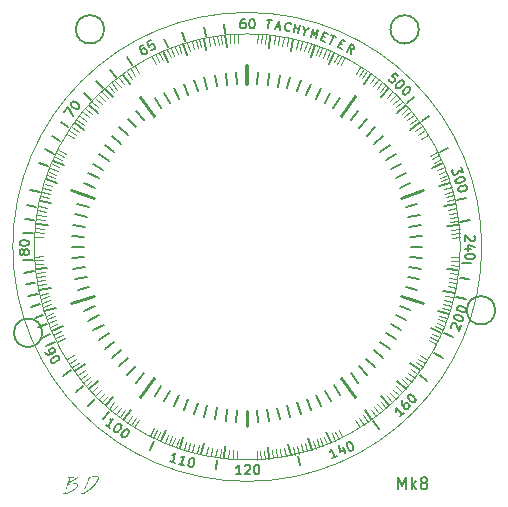
<source format=gbr>
%TF.GenerationSoftware,KiCad,Pcbnew,6.0.7-1.fc35*%
%TF.CreationDate,2022-11-04T20:07:34+01:00*%
%TF.ProjectId,Ring,52696e67-2e6b-4696-9361-645f70636258,rev?*%
%TF.SameCoordinates,Original*%
%TF.FileFunction,Legend,Top*%
%TF.FilePolarity,Positive*%
%FSLAX46Y46*%
G04 Gerber Fmt 4.6, Leading zero omitted, Abs format (unit mm)*
G04 Created by KiCad (PCBNEW 6.0.7-1.fc35) date 2022-11-04 20:07:34*
%MOMM*%
%LPD*%
G01*
G04 APERTURE LIST*
%ADD10C,0.200000*%
%ADD11C,0.120000*%
%ADD12C,0.100000*%
%ADD13C,0.150000*%
%ADD14C,0.325000*%
%ADD15C,0.250000*%
G04 APERTURE END LIST*
D10*
X165660000Y-76680000D02*
G75*
G03*
X165660000Y-76680000I-1200000J0D01*
G01*
D11*
X169174772Y-95100000D02*
G75*
G03*
X169174772Y-95100000I-18034772J0D01*
G01*
X170990426Y-95100000D02*
G75*
G03*
X170990426Y-95100000I-19850426J0D01*
G01*
D10*
X172130000Y-100470000D02*
G75*
G03*
X172130000Y-100470000I-1200000J0D01*
G01*
X133780000Y-102370000D02*
G75*
G03*
X133780000Y-102370000I-1200000J0D01*
G01*
X139020000Y-76680000D02*
G75*
G03*
X139020000Y-76680000I-1200000J0D01*
G01*
D12*
X166771657Y-87663701D02*
X167398656Y-87352456D01*
X168358343Y-96637802D02*
X169055888Y-96696376D01*
X141399825Y-109376669D02*
X141000326Y-109951473D01*
D13*
X149426698Y-108821186D02*
X149301365Y-109813300D01*
D12*
X166787171Y-102447669D02*
X167420550Y-102745715D01*
X167345070Y-88934872D02*
X167995914Y-88677185D01*
D13*
X147631533Y-77254764D02*
X147473407Y-76470547D01*
D12*
X141343325Y-80867130D02*
X140943826Y-80292326D01*
D13*
X138579326Y-89302614D02*
X137674499Y-88876835D01*
D12*
X146657251Y-111768381D02*
X146483168Y-112446390D01*
D13*
X135604400Y-83665412D02*
X135935679Y-83247443D01*
X136349669Y-84013056D01*
X136219632Y-82889183D02*
X136266958Y-82829473D01*
X136344138Y-82793426D01*
X136397656Y-82787233D01*
X136481029Y-82804704D01*
X136624111Y-82869500D01*
X136773386Y-82987814D01*
X136869144Y-83112320D01*
X136905191Y-83189500D01*
X136911383Y-83243018D01*
X136893912Y-83326391D01*
X136846587Y-83386101D01*
X136769406Y-83422148D01*
X136715889Y-83428340D01*
X136632516Y-83410870D01*
X136489433Y-83346074D01*
X136340158Y-83227760D01*
X136244401Y-83103254D01*
X136208354Y-83026073D01*
X136202162Y-82972555D01*
X136219632Y-82889183D01*
D12*
X168303230Y-92985488D02*
X168997710Y-92897755D01*
X134883052Y-89283741D02*
X134221989Y-89053534D01*
X144974872Y-78894929D02*
X144717185Y-78244085D01*
D13*
X164861186Y-93396698D02*
X165853300Y-93271365D01*
X169218807Y-88326391D02*
X169371844Y-88797390D01*
X168999593Y-88637952D01*
X169034910Y-88746644D01*
X169022223Y-88830878D01*
X168997764Y-88878881D01*
X168937075Y-88938655D01*
X168755921Y-88997516D01*
X168671688Y-88984829D01*
X168623685Y-88960371D01*
X168563910Y-88899681D01*
X168493278Y-88682297D01*
X168505964Y-88598063D01*
X168530423Y-88550061D01*
X169524881Y-89268390D02*
X169548425Y-89340851D01*
X169535738Y-89425085D01*
X169511280Y-89473088D01*
X169450590Y-89532863D01*
X169317439Y-89616182D01*
X169136286Y-89675042D01*
X168979591Y-89685900D01*
X168895357Y-89673213D01*
X168847355Y-89648754D01*
X168787580Y-89588065D01*
X168764036Y-89515603D01*
X168776722Y-89431370D01*
X168801181Y-89383367D01*
X168861870Y-89323592D01*
X168995021Y-89240273D01*
X169176175Y-89181413D01*
X169332870Y-89170555D01*
X169417103Y-89183242D01*
X169465106Y-89207701D01*
X169524881Y-89268390D01*
X169760322Y-89993004D02*
X169783866Y-90065466D01*
X169771180Y-90149699D01*
X169746721Y-90197702D01*
X169686032Y-90257477D01*
X169552881Y-90340796D01*
X169371727Y-90399656D01*
X169215032Y-90410514D01*
X169130799Y-90397827D01*
X169082796Y-90373369D01*
X169023021Y-90312679D01*
X168999477Y-90240218D01*
X169012164Y-90155984D01*
X169036622Y-90107982D01*
X169097312Y-90048207D01*
X169230462Y-89964888D01*
X169411616Y-89906027D01*
X169568311Y-89895170D01*
X169652545Y-89907856D01*
X169700547Y-89932315D01*
X169760322Y-89993004D01*
X164418781Y-109123028D02*
X164095532Y-109446277D01*
X164257157Y-109284653D02*
X163691471Y-108718967D01*
X163718409Y-108853654D01*
X163718409Y-108961404D01*
X163691471Y-109042216D01*
X164337969Y-108072470D02*
X164230219Y-108180219D01*
X164203282Y-108261032D01*
X164203282Y-108314906D01*
X164230219Y-108449593D01*
X164311032Y-108584280D01*
X164526531Y-108799780D01*
X164607343Y-108826717D01*
X164661218Y-108826717D01*
X164742030Y-108799780D01*
X164849780Y-108692030D01*
X164876717Y-108611218D01*
X164876717Y-108557343D01*
X164849780Y-108476531D01*
X164715093Y-108341844D01*
X164634280Y-108314906D01*
X164580406Y-108314906D01*
X164499593Y-108341844D01*
X164391844Y-108449593D01*
X164364906Y-108530406D01*
X164364906Y-108584280D01*
X164391844Y-108665093D01*
X164742030Y-107668409D02*
X164795905Y-107614534D01*
X164876717Y-107587597D01*
X164930592Y-107587597D01*
X165011404Y-107614534D01*
X165146091Y-107695346D01*
X165280778Y-107830033D01*
X165361590Y-107964720D01*
X165388528Y-108045532D01*
X165388528Y-108099407D01*
X165361590Y-108180219D01*
X165307715Y-108234094D01*
X165226903Y-108261032D01*
X165173028Y-108261032D01*
X165092216Y-108234094D01*
X164957529Y-108153282D01*
X164822842Y-108018595D01*
X164742030Y-107883908D01*
X164715093Y-107803096D01*
X164715093Y-107749221D01*
X164742030Y-107668409D01*
X164948511Y-94248405D02*
X165946538Y-94185614D01*
D12*
X136669558Y-104584659D02*
X136086513Y-104972033D01*
X135655042Y-87478901D02*
X135028043Y-87167656D01*
X157006518Y-111404294D02*
X157250519Y-112060391D01*
D13*
X143842397Y-106848042D02*
X143306571Y-107692370D01*
D12*
X152245616Y-112375658D02*
X152289569Y-113074276D01*
X148003737Y-78086057D02*
X147872570Y-77398456D01*
X139327673Y-107704059D02*
X138848490Y-108214337D01*
D13*
X149257829Y-76999922D02*
X149174206Y-76204304D01*
X137534368Y-97655232D02*
X136552080Y-97842613D01*
X133275844Y-91685951D02*
X132489240Y-91540163D01*
D12*
X157305127Y-111305070D02*
X157562814Y-111955914D01*
D14*
X151140000Y-81318571D02*
X151140000Y-79818571D01*
D13*
X137337583Y-85229102D02*
X136528566Y-84641317D01*
X139776201Y-82441884D02*
X139107071Y-81698739D01*
X143217512Y-111534170D02*
X142869327Y-112254425D01*
X154729962Y-76773825D02*
X154691347Y-76800864D01*
X154587078Y-76816326D01*
X154521424Y-76804749D01*
X154428732Y-76754558D01*
X154374655Y-76677327D01*
X154353404Y-76605885D01*
X154343730Y-76468789D01*
X154361095Y-76370308D01*
X154417075Y-76244789D01*
X154461479Y-76184923D01*
X154538709Y-76130846D01*
X154642978Y-76115384D01*
X154708632Y-76126961D01*
X154801324Y-76177152D01*
X154828363Y-76215767D01*
D12*
X154117069Y-78058672D02*
X154233808Y-77368474D01*
D13*
X144408494Y-78194356D02*
X144102348Y-77455252D01*
X162414016Y-103134097D02*
X163223033Y-103721882D01*
D15*
X159108194Y-83981967D02*
X160283764Y-82363933D01*
D13*
X150921428Y-75801904D02*
X150769047Y-75801904D01*
X150692857Y-75840000D01*
X150654761Y-75878095D01*
X150578571Y-75992380D01*
X150540476Y-76144761D01*
X150540476Y-76449523D01*
X150578571Y-76525714D01*
X150616666Y-76563809D01*
X150692857Y-76601904D01*
X150845238Y-76601904D01*
X150921428Y-76563809D01*
X150959523Y-76525714D01*
X150997619Y-76449523D01*
X150997619Y-76259047D01*
X150959523Y-76182857D01*
X150921428Y-76144761D01*
X150845238Y-76106666D01*
X150692857Y-76106666D01*
X150616666Y-76144761D01*
X150578571Y-76182857D01*
X150540476Y-76259047D01*
X151492857Y-75801904D02*
X151569047Y-75801904D01*
X151645238Y-75840000D01*
X151683333Y-75878095D01*
X151721428Y-75954285D01*
X151759523Y-76106666D01*
X151759523Y-76297142D01*
X151721428Y-76449523D01*
X151683333Y-76525714D01*
X151645238Y-76563809D01*
X151569047Y-76601904D01*
X151492857Y-76601904D01*
X151416666Y-76563809D01*
X151378571Y-76525714D01*
X151340476Y-76449523D01*
X151302380Y-76297142D01*
X151302380Y-76106666D01*
X151340476Y-75954285D01*
X151378571Y-75878095D01*
X151416666Y-75840000D01*
X151492857Y-75801904D01*
D12*
X158761098Y-79615042D02*
X159072343Y-78988043D01*
D13*
X137418813Y-96803301D02*
X136426699Y-96928634D01*
X141415515Y-79724546D02*
X140983323Y-79051338D01*
D12*
X155336348Y-111927781D02*
X155510431Y-112605790D01*
D13*
X169298933Y-96445384D02*
X170097080Y-96499797D01*
D12*
X133863856Y-96529202D02*
X133166311Y-96587776D01*
X136863330Y-85359825D02*
X136288526Y-84960326D01*
X134059069Y-92502459D02*
X133366578Y-92400201D01*
X134835705Y-100966518D02*
X134179608Y-101210519D01*
X148714559Y-77973969D02*
X148612301Y-77281478D01*
D13*
X146116532Y-82210613D02*
X145748407Y-81280836D01*
D15*
X143211805Y-84001967D02*
X142036235Y-82383933D01*
D12*
X158487669Y-79452828D02*
X158785715Y-78819449D01*
X165835429Y-85965378D02*
X166426459Y-85590299D01*
D13*
X142284471Y-77987654D02*
X142149430Y-78058252D01*
X142099559Y-78127311D01*
X142083449Y-78178720D01*
X142068877Y-78315299D01*
X142105714Y-78467989D01*
X142246909Y-78738070D01*
X142315968Y-78787941D01*
X142367377Y-78804052D01*
X142452547Y-78802513D01*
X142587587Y-78731916D01*
X142637458Y-78662857D01*
X142653569Y-78611447D01*
X142652031Y-78526278D01*
X142563784Y-78357477D01*
X142494725Y-78307606D01*
X142443315Y-78291495D01*
X142358146Y-78293034D01*
X142223105Y-78363631D01*
X142173234Y-78432690D01*
X142157123Y-78484100D01*
X142158662Y-78569270D01*
X142993434Y-77617017D02*
X142655832Y-77793511D01*
X142798566Y-78148762D01*
X142814677Y-78097352D01*
X142864548Y-78028293D01*
X143033348Y-77940047D01*
X143118518Y-77938508D01*
X143169927Y-77954619D01*
X143238986Y-78004490D01*
X143327233Y-78173290D01*
X143328772Y-78258460D01*
X143312661Y-78309869D01*
X143262790Y-78378928D01*
X143093989Y-78467175D01*
X143008820Y-78468714D01*
X142957410Y-78452603D01*
X138250613Y-100123467D02*
X137320836Y-100491592D01*
X137738168Y-98487497D02*
X136769585Y-98736187D01*
D15*
X151150000Y-108971904D02*
X151150000Y-110271904D01*
D12*
X165416669Y-104840174D02*
X165991473Y-105239673D01*
D13*
X148574767Y-108675631D02*
X148387386Y-109657919D01*
D12*
X162945326Y-107711059D02*
X163424509Y-108221337D01*
D13*
X139391957Y-87802397D02*
X138547629Y-87266571D01*
D12*
X159034589Y-79739031D02*
X159358896Y-79118688D01*
X140163650Y-108491004D02*
X139717454Y-109030363D01*
D13*
X153695232Y-108705631D02*
X153882613Y-109687919D01*
X149292786Y-111980797D02*
X149188258Y-112975319D01*
X145342614Y-107660673D02*
X144916835Y-108565500D01*
D12*
X137511869Y-84423296D02*
X136963284Y-83988493D01*
X167967781Y-90903651D02*
X168645790Y-90729568D01*
D13*
X134146490Y-101586773D02*
X133402669Y-101881273D01*
D15*
X138130479Y-90939586D02*
X136228366Y-90321552D01*
D13*
X156937385Y-82539326D02*
X157363164Y-81634499D01*
X137331488Y-95951594D02*
X136333461Y-96014385D01*
D12*
X157629186Y-111167876D02*
X157900447Y-111813180D01*
D13*
X134219902Y-96852713D02*
X133225380Y-96957241D01*
D12*
X155971942Y-78518801D02*
X156160185Y-77844587D01*
D13*
X141019771Y-104530323D02*
X140290802Y-105214871D01*
X156278606Y-111321660D02*
X156587623Y-112272716D01*
X137564368Y-92534767D02*
X136582080Y-92347386D01*
X164948511Y-95961594D02*
X165946538Y-96024385D01*
D12*
X168111382Y-98426142D02*
X168798983Y-98557309D01*
D13*
X135313418Y-86110952D02*
X134620598Y-85710952D01*
D12*
X134237599Y-98985288D02*
X133556094Y-99145134D01*
D15*
X164149520Y-99260413D02*
X166051633Y-99878447D01*
D12*
X142005378Y-80404570D02*
X141630299Y-79813540D01*
X164449104Y-84079850D02*
X164988463Y-83633654D01*
D13*
X167253060Y-100512306D02*
X168204116Y-100821323D01*
D12*
X157864786Y-79178823D02*
X158136047Y-78533519D01*
X156956258Y-78843052D02*
X157186465Y-78181989D01*
X164255884Y-106312583D02*
X164785781Y-106769977D01*
X156009373Y-111728148D02*
X156211695Y-112398272D01*
X146619857Y-78384801D02*
X146431614Y-77710587D01*
D13*
X145056529Y-113387669D02*
X144617761Y-113259364D01*
X144837145Y-113323516D02*
X145061678Y-112555672D01*
X144956474Y-112643980D01*
X144861962Y-112695724D01*
X144778142Y-112710904D01*
X145787809Y-113601510D02*
X145349041Y-113473205D01*
X145568425Y-113537358D02*
X145792958Y-112769513D01*
X145687754Y-112857821D01*
X145593242Y-112909565D01*
X145509422Y-112924745D01*
X146487674Y-112972663D02*
X146560802Y-112994047D01*
X146623238Y-113051995D01*
X146649110Y-113099251D01*
X146664290Y-113183071D01*
X146658086Y-113340019D01*
X146604626Y-113522839D01*
X146525293Y-113658403D01*
X146467345Y-113720839D01*
X146420089Y-113746711D01*
X146336269Y-113761891D01*
X146263141Y-113740507D01*
X146200705Y-113682559D01*
X146174833Y-113635303D01*
X146159653Y-113551483D01*
X146165858Y-113394534D01*
X146219318Y-113211714D01*
X146298650Y-113076150D01*
X146356598Y-113013714D01*
X146403854Y-112987842D01*
X146487674Y-112972663D01*
D12*
X158576298Y-110731657D02*
X158887543Y-111358656D01*
X153375811Y-77956469D02*
X153463544Y-77261989D01*
D13*
X136216092Y-105531902D02*
X135561572Y-105991907D01*
X145332614Y-82549326D02*
X144906835Y-81644499D01*
X147682855Y-78446095D02*
X147474943Y-77467947D01*
D12*
X139334673Y-82488940D02*
X138855490Y-81978662D01*
X168415658Y-93994383D02*
X169114276Y-93950430D01*
X140693656Y-81329234D02*
X140270437Y-80771663D01*
X168266030Y-92674559D02*
X168958521Y-92572301D01*
X139866916Y-108260284D02*
X139409522Y-108790181D01*
X168373958Y-96276116D02*
X169072576Y-96320069D01*
D13*
X140428565Y-86358358D02*
X139658052Y-85720934D01*
D12*
X168220930Y-97697540D02*
X168913421Y-97799798D01*
D13*
X168837088Y-99319820D02*
X169617208Y-99497059D01*
D12*
X143245410Y-110460968D02*
X142921103Y-111081311D01*
D13*
X161260228Y-85669676D02*
X161989197Y-84985128D01*
X154537497Y-81688168D02*
X154786187Y-80719585D01*
D12*
X168042400Y-91214711D02*
X168723905Y-91054865D01*
D13*
X167461351Y-87081574D02*
X168165732Y-86702304D01*
X132961304Y-96189167D02*
X132162631Y-96235218D01*
X168429734Y-101940164D02*
X168405275Y-101892161D01*
X168392588Y-101807927D01*
X168451449Y-101626774D01*
X168511224Y-101566084D01*
X168559226Y-101541626D01*
X168643460Y-101528939D01*
X168715921Y-101552483D01*
X168812842Y-101624030D01*
X169106345Y-102200064D01*
X169259382Y-101729064D01*
X168651574Y-101010851D02*
X168675118Y-100938390D01*
X168734893Y-100877701D01*
X168782896Y-100853242D01*
X168867129Y-100840555D01*
X169023824Y-100851413D01*
X169204978Y-100910273D01*
X169338129Y-100993592D01*
X169398818Y-101053367D01*
X169423277Y-101101370D01*
X169435963Y-101185603D01*
X169412419Y-101258065D01*
X169352644Y-101318754D01*
X169304642Y-101343213D01*
X169220408Y-101355900D01*
X169063713Y-101345042D01*
X168882560Y-101286182D01*
X168749409Y-101202863D01*
X168688719Y-101143088D01*
X168664261Y-101095085D01*
X168651574Y-101010851D01*
X168887016Y-100286237D02*
X168910560Y-100213775D01*
X168970335Y-100153086D01*
X169018337Y-100128627D01*
X169102571Y-100115941D01*
X169259266Y-100126798D01*
X169440420Y-100185659D01*
X169573570Y-100268978D01*
X169634260Y-100328753D01*
X169658718Y-100376755D01*
X169671405Y-100460989D01*
X169647861Y-100533450D01*
X169588086Y-100594140D01*
X169540083Y-100618598D01*
X169455850Y-100631285D01*
X169299155Y-100620427D01*
X169118001Y-100561567D01*
X168984850Y-100478248D01*
X168924161Y-100418473D01*
X168899702Y-100370470D01*
X168887016Y-100286237D01*
X150288405Y-81291488D02*
X150225614Y-80293461D01*
D12*
X138798049Y-83025760D02*
X138297918Y-82535995D01*
X136489670Y-85920278D02*
X135898640Y-85545199D01*
D13*
X138255905Y-107974094D02*
X137690219Y-108539780D01*
D12*
X140788256Y-108939965D02*
X140365037Y-109497536D01*
D13*
X161067397Y-108871316D02*
X161655182Y-109680333D01*
X139991813Y-80735960D02*
X139501488Y-80103836D01*
D12*
X161873203Y-108633530D02*
X162308006Y-109182115D01*
D13*
X158985184Y-77851291D02*
X159196656Y-77949902D01*
X159132327Y-78324477D02*
X158830224Y-78183604D01*
X159126057Y-77549189D01*
X159428160Y-77690062D01*
X164967619Y-95100000D02*
X165967619Y-95100000D01*
X158457602Y-106828042D02*
X158993428Y-107672370D01*
D12*
X165790329Y-104279721D02*
X166381359Y-104654800D01*
X136444570Y-104234621D02*
X135853540Y-104609700D01*
X135492828Y-87752330D02*
X134859449Y-87454284D01*
X140463296Y-108728130D02*
X140028493Y-109276715D01*
D13*
X133059506Y-97178403D02*
X132264808Y-97270353D01*
X164029386Y-100103467D02*
X164959163Y-100471592D01*
X134745829Y-87197512D02*
X134025574Y-86849327D01*
D12*
X134126057Y-98236262D02*
X133438456Y-98367429D01*
X134934929Y-101265127D02*
X134284085Y-101522814D01*
X135107029Y-88699272D02*
X134456185Y-88441585D01*
D13*
X158437602Y-83351957D02*
X158973428Y-82507629D01*
X138966424Y-88547936D02*
X138090117Y-88066182D01*
D12*
X144739272Y-111132970D02*
X144481585Y-111783814D01*
X149602197Y-112318343D02*
X149543623Y-113015888D01*
X167721198Y-99931942D02*
X168395412Y-100120185D01*
X134511851Y-99969373D02*
X133841727Y-100171695D01*
X153901789Y-112201667D02*
X154018528Y-112891865D01*
D13*
X149387286Y-78179902D02*
X149282758Y-77185380D01*
D12*
X146270626Y-78471851D02*
X146068304Y-77801727D01*
X162421783Y-108210184D02*
X162879177Y-108740081D01*
X164910765Y-84653656D02*
X165468336Y-84230437D01*
X149963883Y-112333958D02*
X149919930Y-113032576D01*
D13*
X141049771Y-85639676D02*
X140320802Y-84955128D01*
X133588058Y-99970852D02*
X132818665Y-100190020D01*
X164541831Y-91712502D02*
X165510414Y-91463812D01*
D12*
X134312218Y-99296348D02*
X133634209Y-99470431D01*
D13*
X156024313Y-76823901D02*
X155938040Y-77145876D01*
X155893831Y-76409337D02*
X156024313Y-76823901D01*
X156344596Y-76530119D01*
D12*
X143404810Y-79630431D02*
X143080503Y-79010088D01*
D13*
X137331488Y-94238405D02*
X136333461Y-94175614D01*
D12*
X134723652Y-100680658D02*
X134062589Y-100910865D01*
X166933871Y-87962530D02*
X167567250Y-87664484D01*
D13*
X146136532Y-107989386D02*
X145768407Y-108919163D01*
D12*
X135508342Y-102536298D02*
X134881343Y-102847543D01*
X145984226Y-111594148D02*
X145781904Y-112264272D01*
D13*
X164551831Y-98497497D02*
X165520414Y-98746187D01*
X154527497Y-108501831D02*
X154776187Y-109470414D01*
X144445399Y-79458270D02*
X144038663Y-78544725D01*
X164691052Y-82942161D02*
X165285568Y-82406857D01*
D12*
X150345260Y-77799288D02*
X150315947Y-77099902D01*
X163744059Y-106912326D02*
X164254337Y-107391509D01*
X135670431Y-102835189D02*
X135050088Y-103159496D01*
X160274621Y-109795429D02*
X160649700Y-110386459D01*
D13*
X148609116Y-113141443D02*
X148500543Y-113934041D01*
X164745631Y-92544767D02*
X165727919Y-92357386D01*
D12*
X154276262Y-112113942D02*
X154407429Y-112801543D01*
D13*
X167788617Y-102414533D02*
X168521147Y-102736091D01*
D12*
X167297594Y-101214818D02*
X167953691Y-101458819D01*
X146943651Y-78272218D02*
X146769568Y-77594209D01*
D13*
X138893566Y-81637676D02*
X138355156Y-81045971D01*
X132981304Y-93960832D02*
X132182631Y-93914781D01*
D12*
X134358899Y-90979111D02*
X133677394Y-90819265D01*
D13*
X134259202Y-93252786D02*
X133264680Y-93148258D01*
X162472698Y-82423484D02*
X163141828Y-81680339D01*
X158044800Y-79579570D02*
X158451536Y-78666025D01*
D12*
X152316116Y-77866041D02*
X152360069Y-77167423D01*
X162952326Y-82495940D02*
X163431509Y-81985662D01*
X165372869Y-85303325D02*
X165947673Y-84903826D01*
D13*
X147742502Y-108511831D02*
X147493812Y-109480414D01*
X134831594Y-103164012D02*
X134120701Y-103530932D01*
X155413673Y-112798541D02*
X155604500Y-113575449D01*
X146939793Y-108279760D02*
X146630776Y-109230816D01*
D12*
X160936674Y-109332869D02*
X161336173Y-109907673D01*
D13*
X142398358Y-105811434D02*
X141760934Y-106581947D01*
X134479056Y-102439345D02*
X133751667Y-102772370D01*
X139865983Y-87065902D02*
X139056966Y-86478117D01*
D12*
X166624957Y-102721098D02*
X167251956Y-103032343D01*
X168241667Y-92338210D02*
X168931865Y-92221471D01*
X144650813Y-79032123D02*
X144379552Y-78386819D01*
X145323741Y-111356947D02*
X145093534Y-112018010D01*
X151934739Y-112400711D02*
X151964052Y-113100097D01*
X138803749Y-107167239D02*
X138303618Y-107657004D01*
X160880174Y-80823330D02*
X161279673Y-80248526D01*
D13*
X161851434Y-86348358D02*
X162621947Y-85710934D01*
X154597144Y-111753904D02*
X154805056Y-112732052D01*
D12*
X164673530Y-84366796D02*
X165222115Y-83931993D01*
X161586343Y-108870765D02*
X162009562Y-109428336D01*
D13*
X142388358Y-84388565D02*
X141750934Y-83618052D01*
X135999324Y-84983420D02*
X135337659Y-84533753D01*
X170311904Y-94169523D02*
X170350000Y-94207619D01*
X170388095Y-94283809D01*
X170388095Y-94474285D01*
X170350000Y-94550476D01*
X170311904Y-94588571D01*
X170235714Y-94626666D01*
X170159523Y-94626666D01*
X170045238Y-94588571D01*
X169588095Y-94131428D01*
X169588095Y-94626666D01*
X170121428Y-95312380D02*
X169588095Y-95312380D01*
X170426190Y-95121904D02*
X169854761Y-94931428D01*
X169854761Y-95426666D01*
X170388095Y-95883809D02*
X170388095Y-95960000D01*
X170350000Y-96036190D01*
X170311904Y-96074285D01*
X170235714Y-96112380D01*
X170083333Y-96150476D01*
X169892857Y-96150476D01*
X169740476Y-96112380D01*
X169664285Y-96074285D01*
X169626190Y-96036190D01*
X169588095Y-95960000D01*
X169588095Y-95883809D01*
X169626190Y-95807619D01*
X169664285Y-95769523D01*
X169740476Y-95731428D01*
X169892857Y-95693333D01*
X170083333Y-95693333D01*
X170235714Y-95731428D01*
X170311904Y-95769523D01*
X170350000Y-95807619D01*
X170388095Y-95883809D01*
X161851434Y-103841641D02*
X162621947Y-104479065D01*
D12*
X136676558Y-85646440D02*
X136093513Y-85259066D01*
X134038332Y-97861789D02*
X133348134Y-97978528D01*
X137300034Y-84748256D02*
X136742463Y-84325037D01*
D13*
X162868042Y-87782397D02*
X163712370Y-87246571D01*
D12*
X164979965Y-105451743D02*
X165537536Y-105874962D01*
X156720658Y-111516347D02*
X156950865Y-112177410D01*
D13*
X155350206Y-108259760D02*
X155659223Y-109210816D01*
X137418813Y-93386698D02*
X136426699Y-93261365D01*
D12*
X133864341Y-96205616D02*
X133165723Y-96249569D01*
X145273481Y-78795705D02*
X145029480Y-78139608D01*
X139858216Y-81989815D02*
X139400822Y-81459918D01*
D13*
X163313575Y-101652063D02*
X164189882Y-102133817D01*
D12*
X140406796Y-81566469D02*
X139971993Y-81017884D01*
X134982405Y-88985181D02*
X134326308Y-88741180D01*
D13*
X137728168Y-91702502D02*
X136759585Y-91453812D01*
X152987213Y-78219202D02*
X153091741Y-77224680D01*
D12*
X167921100Y-99220888D02*
X168602605Y-99380734D01*
X139072760Y-82763749D02*
X138582995Y-82263618D01*
X155025288Y-112002400D02*
X155185134Y-112683905D01*
X138024115Y-83887416D02*
X137494218Y-83430022D01*
X166609568Y-87364810D02*
X167229911Y-87040503D01*
D13*
X156502242Y-77301845D02*
X156712736Y-76634243D01*
X156784917Y-77181266D01*
X157157804Y-76774573D01*
X156947310Y-77442175D01*
X140428565Y-103851641D02*
X139658052Y-104489065D01*
D12*
X139065760Y-107441950D02*
X138575995Y-107942081D01*
D13*
X167361660Y-89961393D02*
X168312716Y-89652376D01*
D12*
X149710797Y-77823856D02*
X149652223Y-77126311D01*
D13*
X163798115Y-83736201D02*
X164541260Y-83067071D01*
D12*
X146308057Y-111681198D02*
X146119814Y-112355412D01*
D13*
X152853301Y-81378813D02*
X152978634Y-80386699D01*
X150646666Y-114351904D02*
X150189523Y-114351904D01*
X150418095Y-114351904D02*
X150418095Y-113551904D01*
X150341904Y-113666190D01*
X150265714Y-113742380D01*
X150189523Y-113780476D01*
X150951428Y-113628095D02*
X150989523Y-113590000D01*
X151065714Y-113551904D01*
X151256190Y-113551904D01*
X151332380Y-113590000D01*
X151370476Y-113628095D01*
X151408571Y-113704285D01*
X151408571Y-113780476D01*
X151370476Y-113894761D01*
X150913333Y-114351904D01*
X151408571Y-114351904D01*
X151903809Y-113551904D02*
X151980000Y-113551904D01*
X152056190Y-113590000D01*
X152094285Y-113628095D01*
X152132380Y-113704285D01*
X152170476Y-113856666D01*
X152170476Y-114047142D01*
X152132380Y-114199523D01*
X152094285Y-114275714D01*
X152056190Y-114313809D01*
X151980000Y-114351904D01*
X151903809Y-114351904D01*
X151827619Y-114313809D01*
X151789523Y-114275714D01*
X151751428Y-114199523D01*
X151713333Y-114047142D01*
X151713333Y-113856666D01*
X151751428Y-113704285D01*
X151789523Y-113628095D01*
X151827619Y-113590000D01*
X151903809Y-113551904D01*
X167793904Y-91642855D02*
X168772052Y-91434943D01*
X163923343Y-80659472D02*
X163645640Y-80398692D01*
X163357090Y-80650317D01*
X163410939Y-80648624D01*
X163492557Y-80673010D01*
X163631408Y-80803400D01*
X163660871Y-80883326D01*
X163662563Y-80937174D01*
X163638177Y-81018793D01*
X163507787Y-81157644D01*
X163427861Y-81187106D01*
X163374013Y-81188799D01*
X163292394Y-81164413D01*
X163153543Y-81034023D01*
X163124081Y-80954097D01*
X163122389Y-80900249D01*
X164312126Y-81024564D02*
X164367667Y-81076720D01*
X164397129Y-81156646D01*
X164398821Y-81210494D01*
X164374436Y-81292113D01*
X164297894Y-81429272D01*
X164167504Y-81568123D01*
X164035422Y-81653126D01*
X163955496Y-81682588D01*
X163901647Y-81684280D01*
X163820029Y-81659895D01*
X163764488Y-81607739D01*
X163735026Y-81527813D01*
X163733334Y-81473964D01*
X163757719Y-81392346D01*
X163834261Y-81255187D01*
X163964651Y-81116336D01*
X164096733Y-81031333D01*
X164176659Y-81001870D01*
X164230508Y-81000178D01*
X164312126Y-81024564D01*
X164867531Y-81546124D02*
X164923071Y-81598280D01*
X164952534Y-81678206D01*
X164954226Y-81732054D01*
X164929840Y-81813672D01*
X164853299Y-81950831D01*
X164722909Y-82089682D01*
X164590826Y-82174685D01*
X164510900Y-82204148D01*
X164457052Y-82205840D01*
X164375434Y-82181454D01*
X164319893Y-82129298D01*
X164290431Y-82049372D01*
X164288738Y-81995524D01*
X164313124Y-81913906D01*
X164389666Y-81776747D01*
X164520056Y-81637895D01*
X164652138Y-81552893D01*
X164732064Y-81523430D01*
X164785912Y-81521738D01*
X164867531Y-81546124D01*
D12*
X167855198Y-90579857D02*
X168529412Y-90391614D01*
X161491743Y-81260034D02*
X161914962Y-80702463D01*
X168153942Y-91963737D02*
X168841543Y-91832570D01*
X135779031Y-87205410D02*
X135158688Y-86881103D01*
D13*
X157516147Y-77251712D02*
X157735408Y-77331517D01*
X157703970Y-77710273D02*
X157390739Y-77596266D01*
X157630153Y-76938481D01*
X157943384Y-77052488D01*
X156947385Y-107650673D02*
X157373164Y-108555500D01*
D12*
X133839288Y-95894739D02*
X133139902Y-95924052D01*
D13*
X146929793Y-81940239D02*
X146620776Y-80989183D01*
X141212602Y-81328683D02*
X140624817Y-80519666D01*
D12*
X163751059Y-83294673D02*
X164261337Y-82815490D01*
X167207876Y-88610813D02*
X167853180Y-88339552D01*
D13*
X141709676Y-84979771D02*
X141025128Y-84250802D01*
X152904013Y-112038597D02*
X153008541Y-113033119D01*
X156163467Y-107989386D02*
X156531592Y-108919163D01*
X156552306Y-78986939D02*
X156861323Y-78035883D01*
X138976424Y-101672063D02*
X138100117Y-102153817D01*
X164911316Y-85172602D02*
X165720333Y-84584817D01*
X133196515Y-98117778D02*
X132408428Y-98255321D01*
D12*
X152569202Y-112376143D02*
X152627776Y-113073688D01*
X134558801Y-90268057D02*
X133884587Y-90079814D01*
X152677802Y-77881656D02*
X152736376Y-77184111D01*
D13*
X144567936Y-82936424D02*
X144086182Y-82060117D01*
X168020797Y-96947213D02*
X169015319Y-97051741D01*
D12*
X133921656Y-93562197D02*
X133224111Y-93503623D01*
X148162930Y-112141327D02*
X148046191Y-112831525D01*
X137369234Y-105546343D02*
X136811663Y-105969562D01*
X167808381Y-99582748D02*
X168486390Y-99756831D01*
X156295773Y-78605851D02*
X156498095Y-77935727D01*
X155260888Y-78318899D02*
X155420734Y-77637394D01*
X141960278Y-109750329D02*
X141585199Y-110341359D01*
X167172970Y-101500727D02*
X167823814Y-101758414D01*
D13*
X166660429Y-102004800D02*
X167573974Y-102411536D01*
X141679676Y-105190228D02*
X140995128Y-105919197D01*
X160600323Y-85009771D02*
X161284871Y-84280802D01*
X152794170Y-75890694D02*
X153192648Y-75925556D01*
X152932400Y-76605461D02*
X152993409Y-75908125D01*
X147447255Y-111696104D02*
X147239343Y-112674252D01*
X161797277Y-109867212D02*
X162267505Y-110514426D01*
X134543895Y-91407255D02*
X133565747Y-91199343D01*
D12*
X147254711Y-78197599D02*
X147094865Y-77516094D01*
X143703701Y-79468342D02*
X143392456Y-78841343D01*
D13*
X138250613Y-90096532D02*
X137320836Y-89728407D01*
D12*
X147019111Y-111881100D02*
X146859265Y-112562605D01*
X153254511Y-112263230D02*
X153342244Y-112957710D01*
X168416143Y-93670797D02*
X169113688Y-93612223D01*
D13*
X137282380Y-95100000D02*
X136282380Y-95100000D01*
D12*
X164768130Y-105776703D02*
X165316715Y-106211506D01*
D13*
X132204761Y-95617142D02*
X132166666Y-95693333D01*
X132128571Y-95731428D01*
X132052380Y-95769523D01*
X132014285Y-95769523D01*
X131938095Y-95731428D01*
X131900000Y-95693333D01*
X131861904Y-95617142D01*
X131861904Y-95464761D01*
X131900000Y-95388571D01*
X131938095Y-95350476D01*
X132014285Y-95312380D01*
X132052380Y-95312380D01*
X132128571Y-95350476D01*
X132166666Y-95388571D01*
X132204761Y-95464761D01*
X132204761Y-95617142D01*
X132242857Y-95693333D01*
X132280952Y-95731428D01*
X132357142Y-95769523D01*
X132509523Y-95769523D01*
X132585714Y-95731428D01*
X132623809Y-95693333D01*
X132661904Y-95617142D01*
X132661904Y-95464761D01*
X132623809Y-95388571D01*
X132585714Y-95350476D01*
X132509523Y-95312380D01*
X132357142Y-95312380D01*
X132280952Y-95350476D01*
X132242857Y-95388571D01*
X132204761Y-95464761D01*
X131861904Y-94817142D02*
X131861904Y-94740952D01*
X131900000Y-94664761D01*
X131938095Y-94626666D01*
X132014285Y-94588571D01*
X132166666Y-94550476D01*
X132357142Y-94550476D01*
X132509523Y-94588571D01*
X132585714Y-94626666D01*
X132623809Y-94664761D01*
X132661904Y-94740952D01*
X132661904Y-94817142D01*
X132623809Y-94893333D01*
X132585714Y-94931428D01*
X132509523Y-94969523D01*
X132357142Y-95007619D01*
X132166666Y-95007619D01*
X132014285Y-94969523D01*
X131938095Y-94931428D01*
X131900000Y-94893333D01*
X131861904Y-94817142D01*
D12*
X144415213Y-111021176D02*
X144143952Y-111666480D01*
X155660142Y-111815198D02*
X155848385Y-112489412D01*
D13*
X165731350Y-105971696D02*
X166369417Y-106454262D01*
X133551001Y-90478165D02*
X132775103Y-90283273D01*
X164029386Y-90076532D02*
X164959163Y-89708407D01*
D12*
X135072123Y-101589186D02*
X134426819Y-101860447D01*
D13*
X134049914Y-104029072D02*
X134126105Y-104161037D01*
X134197191Y-104207973D01*
X134249230Y-104221917D01*
X134386300Y-104230757D01*
X134537313Y-104187558D01*
X134801245Y-104035177D01*
X134848180Y-103964090D01*
X134862124Y-103912051D01*
X134857020Y-103827020D01*
X134780830Y-103695055D01*
X134709743Y-103648119D01*
X134657704Y-103634175D01*
X134572673Y-103639279D01*
X134407716Y-103734517D01*
X134360781Y-103805604D01*
X134346837Y-103857643D01*
X134351941Y-103942674D01*
X134428131Y-104074639D01*
X134499218Y-104121575D01*
X134551257Y-104135518D01*
X134636288Y-104130415D01*
X135180830Y-104387875D02*
X135218925Y-104453858D01*
X135224029Y-104538888D01*
X135210085Y-104590927D01*
X135163150Y-104662014D01*
X135050231Y-104771196D01*
X134885274Y-104866434D01*
X134734261Y-104909633D01*
X134649230Y-104914737D01*
X134597191Y-104900793D01*
X134526105Y-104853858D01*
X134488009Y-104787875D01*
X134482906Y-104702844D01*
X134496849Y-104650805D01*
X134543785Y-104579719D01*
X134656703Y-104470537D01*
X134821660Y-104375299D01*
X134972673Y-104332100D01*
X135057704Y-104326996D01*
X135109743Y-104340940D01*
X135180830Y-104387875D01*
D12*
X144002530Y-79306128D02*
X143704484Y-78672749D01*
X167396947Y-100916258D02*
X168058010Y-101146465D01*
D13*
X164861186Y-96813301D02*
X165853300Y-96938634D01*
X168078597Y-93335986D02*
X169073119Y-93231458D01*
D12*
X136907130Y-104896674D02*
X136332326Y-105296173D01*
X138029815Y-106381783D02*
X137499918Y-106839177D01*
X148542459Y-112180930D02*
X148440201Y-112873421D01*
X145559341Y-78683652D02*
X145329134Y-78022589D01*
D13*
X166781729Y-88405399D02*
X167695274Y-87998663D01*
D12*
X168181327Y-98077069D02*
X168871525Y-98193808D01*
D13*
X133882187Y-100892175D02*
X133125772Y-101152629D01*
D12*
X137748995Y-84123650D02*
X137209636Y-83677454D01*
X134013969Y-97525440D02*
X133321478Y-97627698D01*
D13*
X159891641Y-105811434D02*
X160529065Y-106581947D01*
X145828224Y-77695344D02*
X145588991Y-76931951D01*
D12*
X134424801Y-99620142D02*
X133750587Y-99808385D01*
X166500968Y-102994589D02*
X167121311Y-103318896D01*
X158277469Y-110893871D02*
X158575515Y-111527250D01*
X161816703Y-81471869D02*
X162251506Y-80923284D01*
D13*
X163816515Y-106432698D02*
X164559660Y-107101828D01*
X169141795Y-97728381D02*
X169933616Y-97842485D01*
D12*
X133996469Y-92864188D02*
X133301989Y-92776455D01*
D13*
X165917212Y-84462722D02*
X166564426Y-83992494D01*
D12*
X153565440Y-112226030D02*
X153667698Y-112918521D01*
X143792330Y-110747171D02*
X143494284Y-111380550D01*
D15*
X143231805Y-106228032D02*
X142056235Y-107846066D01*
D13*
X152001594Y-81291488D02*
X152064385Y-80293461D01*
D12*
X133976769Y-97214511D02*
X133282289Y-97302244D01*
D13*
X155340206Y-81920239D02*
X155649223Y-80969183D01*
D12*
X141655340Y-80629558D02*
X141267966Y-80046513D01*
D13*
X137216421Y-106836405D02*
X136605384Y-107352771D01*
X152843301Y-108821186D02*
X152968634Y-109813300D01*
X139807301Y-107776515D02*
X139138171Y-108519660D01*
D12*
X154466142Y-78128617D02*
X154597309Y-77441016D01*
D13*
X168887229Y-91130795D02*
X169667038Y-90952195D01*
D12*
X155622748Y-78431618D02*
X155796831Y-77753609D01*
D13*
X163303575Y-88527936D02*
X164179882Y-88046182D01*
X167736104Y-98792744D02*
X168714252Y-99000656D01*
X159881641Y-84388565D02*
X160519065Y-83618052D01*
D12*
X163207239Y-107436250D02*
X163697004Y-107936381D01*
X141686440Y-109563441D02*
X141299066Y-110146486D01*
D13*
X135619570Y-88195199D02*
X134706025Y-87788463D01*
X138589326Y-100907385D02*
X137684499Y-101333164D01*
X141269102Y-108902416D02*
X140681317Y-109711433D01*
D15*
X159108194Y-106198032D02*
X160283764Y-107816066D01*
D12*
X153737540Y-78019069D02*
X153839798Y-77326578D01*
D13*
X144235199Y-110620429D02*
X143828463Y-111533974D01*
D12*
X167634148Y-100255773D02*
X168304272Y-100458095D01*
D13*
X156143467Y-82210613D02*
X156511592Y-81280836D01*
X135498270Y-101794600D02*
X134584725Y-102201336D01*
D12*
X143510801Y-110636357D02*
X143199556Y-111263356D01*
X151976739Y-77844388D02*
X152006052Y-77145002D01*
X134471618Y-90617251D02*
X133793609Y-90443168D01*
X160319721Y-80449670D02*
X160694800Y-79858640D01*
D13*
X137368683Y-105027397D02*
X136559666Y-105615182D01*
D12*
X134645851Y-89944226D02*
X133975727Y-89741904D01*
X150303260Y-112355611D02*
X150273947Y-113054997D01*
D13*
X157834600Y-110741729D02*
X158241336Y-111655274D01*
D15*
X164129520Y-90919586D02*
X166031633Y-90301552D01*
D13*
X155066201Y-76935872D02*
X155217709Y-76252465D01*
X155145562Y-76577897D02*
X155536081Y-76664473D01*
X155456719Y-77022448D02*
X155608227Y-76339041D01*
D12*
X137606469Y-105833203D02*
X137057884Y-106268006D01*
D13*
X162888042Y-102397602D02*
X163732370Y-102933428D01*
X163690673Y-89292614D02*
X164595500Y-88866835D01*
D12*
X138535940Y-83287673D02*
X138025662Y-82808490D01*
X149025488Y-77936769D02*
X148937755Y-77242289D01*
D13*
X134285788Y-88254986D02*
X133543519Y-87956595D01*
D12*
X162352583Y-81984115D02*
X162809977Y-81454218D01*
X150034383Y-77824341D02*
X149990430Y-77125723D01*
X140119850Y-81790895D02*
X139673654Y-81251536D01*
X148904188Y-112243530D02*
X148816455Y-112938010D01*
D13*
X169190792Y-92954105D02*
X169984829Y-92856609D01*
D12*
X157540727Y-79067029D02*
X157798414Y-78416185D01*
D13*
X149436698Y-81378813D02*
X149311365Y-80386699D01*
X150278405Y-108908511D02*
X150215614Y-109906538D01*
X138463484Y-83767301D02*
X137720339Y-83098171D01*
X162503798Y-107758115D02*
X163172928Y-108501260D01*
X146001393Y-78878339D02*
X145692376Y-77927283D01*
X139515801Y-110439301D02*
X139145965Y-110170599D01*
X139330883Y-110304950D02*
X139801112Y-109657737D01*
X139672297Y-109705412D01*
X139565874Y-109722268D01*
X139481842Y-109708304D01*
X140386686Y-110083181D02*
X140448325Y-110127965D01*
X140487573Y-110203568D01*
X140496001Y-110256780D01*
X140482037Y-110340811D01*
X140423289Y-110486481D01*
X140311330Y-110640580D01*
X140190943Y-110741467D01*
X140115340Y-110780714D01*
X140062128Y-110789142D01*
X139978097Y-110775178D01*
X139916458Y-110730395D01*
X139877210Y-110654791D01*
X139868782Y-110601580D01*
X139882746Y-110517549D01*
X139941494Y-110371878D01*
X140053453Y-110217780D01*
X140173840Y-110116893D01*
X140249443Y-110077645D01*
X140302655Y-110069217D01*
X140386686Y-110083181D01*
X141003080Y-110531018D02*
X141064719Y-110575801D01*
X141103967Y-110651405D01*
X141112394Y-110704616D01*
X141098431Y-110788647D01*
X141039683Y-110934318D01*
X140927724Y-111088416D01*
X140807337Y-111189303D01*
X140731734Y-111228551D01*
X140678522Y-111236979D01*
X140594491Y-111223015D01*
X140532851Y-111178231D01*
X140493604Y-111102628D01*
X140485176Y-111049416D01*
X140499140Y-110965385D01*
X140557888Y-110819715D01*
X140669847Y-110665616D01*
X140790234Y-110564729D01*
X140865837Y-110525482D01*
X140919048Y-110517054D01*
X141003080Y-110531018D01*
D12*
X163481950Y-107174239D02*
X163982081Y-107664004D01*
D13*
X153569531Y-76473914D02*
X153900012Y-76517422D01*
X153477329Y-76663501D02*
X153800035Y-75999946D01*
X153940003Y-76724413D01*
D12*
X164250184Y-83818216D02*
X164780081Y-83360822D01*
D13*
X138481884Y-106463798D02*
X137738739Y-107132928D01*
X160570323Y-105220228D02*
X161254871Y-105949197D01*
D12*
X162116349Y-81708995D02*
X162562545Y-81169636D01*
D13*
X154832744Y-78503895D02*
X155040656Y-77525747D01*
D12*
X158875189Y-110569568D02*
X159199496Y-111189911D01*
D13*
X135026939Y-89687693D02*
X134075883Y-89378676D01*
D12*
X165610441Y-85615340D02*
X166193486Y-85227966D01*
X167768148Y-90230626D02*
X168438272Y-90028304D01*
D13*
X157712063Y-107263575D02*
X158193817Y-108139882D01*
D12*
X168395611Y-95936739D02*
X169094997Y-95966052D01*
D13*
X148584767Y-81494368D02*
X148397386Y-80512080D01*
X147752502Y-81698168D02*
X147503812Y-80729585D01*
D12*
X145025181Y-111257594D02*
X144781180Y-111913691D01*
D13*
X134486095Y-98557144D02*
X133507947Y-98765056D01*
D12*
X147813857Y-112071382D02*
X147682690Y-112758983D01*
D13*
X133392770Y-99099204D02*
X132612961Y-99277804D01*
X139411957Y-102417602D02*
X138567629Y-102953428D01*
D15*
X138130479Y-99240413D02*
X136228366Y-99858447D01*
D12*
X135218823Y-88375213D02*
X134573519Y-88103952D01*
D13*
X158771073Y-112829342D02*
X158347218Y-113000591D01*
X158559146Y-112914966D02*
X158259460Y-112173219D01*
X158231630Y-112307725D01*
X158189529Y-112406909D01*
X158133157Y-112470771D01*
X159207066Y-112077971D02*
X159406857Y-112572469D01*
X158916294Y-111866754D02*
X158953749Y-112467927D01*
X159412925Y-112282408D01*
X159636991Y-111616661D02*
X159707633Y-111588119D01*
X159792547Y-111594899D01*
X159842139Y-111615950D01*
X159906001Y-111672322D01*
X159998405Y-111799336D01*
X160069759Y-111975943D01*
X160091521Y-112131498D01*
X160084741Y-112216412D01*
X160063690Y-112266004D01*
X160007318Y-112329866D01*
X159936676Y-112358408D01*
X159851763Y-112351628D01*
X159802171Y-112330578D01*
X159738308Y-112274206D01*
X159645904Y-112147191D01*
X159574550Y-111970585D01*
X159552788Y-111815029D01*
X159559568Y-111730116D01*
X159580619Y-111680524D01*
X159636991Y-111616661D01*
X158261919Y-77179309D02*
X158631471Y-77332382D01*
X158178816Y-77902561D02*
X158446695Y-77255846D01*
D12*
X160593559Y-80636558D02*
X160980933Y-80053513D01*
D13*
X163700673Y-100897385D02*
X164605500Y-101323164D01*
D12*
X137830895Y-106120149D02*
X137291536Y-106566345D01*
D13*
X164942416Y-104970897D02*
X165751433Y-105558682D01*
D12*
X133906041Y-93923883D02*
X133207423Y-93879930D01*
X134098672Y-92122930D02*
X133408474Y-92006191D01*
X138528940Y-106905326D02*
X138018662Y-107384509D01*
D13*
X139875983Y-103134097D02*
X139066966Y-103721882D01*
X161010897Y-81297583D02*
X161598682Y-80488566D01*
D12*
X162160149Y-108409104D02*
X162606345Y-108948463D01*
X168440711Y-94305260D02*
X169140097Y-94275947D01*
D13*
X144587936Y-107273575D02*
X144106182Y-108149882D01*
X137873817Y-82647740D02*
X137290642Y-82100103D01*
D12*
X163214239Y-82758049D02*
X163704004Y-82257918D01*
D13*
X145727693Y-111213060D02*
X145418676Y-112164116D01*
D12*
X164531004Y-106076349D02*
X165070363Y-106522545D01*
X167444294Y-89233481D02*
X168100391Y-88989480D01*
D13*
X162404016Y-87065902D02*
X163213033Y-86478117D01*
X153705232Y-81524368D02*
X153892613Y-80542080D01*
D12*
X165603441Y-104553559D02*
X166186486Y-104940933D01*
D13*
X139404076Y-109083986D02*
X138886644Y-109694121D01*
D12*
X167556347Y-89519341D02*
X168217410Y-89289134D01*
X160624659Y-109570441D02*
X161012033Y-110153486D01*
D13*
X159945965Y-78740932D02*
X159892912Y-78337520D01*
X159591160Y-78556232D02*
X159914384Y-77935325D01*
X160150921Y-78058458D01*
X160194663Y-78118808D01*
X160208839Y-78163767D01*
X160207622Y-78238292D01*
X160161447Y-78326993D01*
X160101097Y-78370736D01*
X160056139Y-78384911D01*
X159981613Y-78383695D01*
X159745077Y-78260562D01*
D12*
X134168617Y-91773857D02*
X133481016Y-91642690D01*
D13*
X151991594Y-108908511D02*
X152054385Y-109906538D01*
X133079283Y-92833478D02*
X132285077Y-92737368D01*
X164715631Y-97665232D02*
X165697919Y-97852613D01*
X157692063Y-82926424D02*
X158173817Y-82050117D01*
D12*
X167061176Y-101824786D02*
X167706480Y-102096047D01*
X148378210Y-77998332D02*
X148261471Y-77308134D01*
X135346128Y-102237469D02*
X134712749Y-102535515D01*
D10*
X163915714Y-115622380D02*
X163915714Y-114622380D01*
X164249047Y-115336666D01*
X164582380Y-114622380D01*
X164582380Y-115622380D01*
X165058571Y-115622380D02*
X165058571Y-114622380D01*
X165153809Y-115241428D02*
X165439523Y-115622380D01*
X165439523Y-114955714D02*
X165058571Y-115336666D01*
X166010952Y-115050952D02*
X165915714Y-115003333D01*
X165868095Y-114955714D01*
X165820476Y-114860476D01*
X165820476Y-114812857D01*
X165868095Y-114717619D01*
X165915714Y-114670000D01*
X166010952Y-114622380D01*
X166201428Y-114622380D01*
X166296666Y-114670000D01*
X166344285Y-114717619D01*
X166391904Y-114812857D01*
X166391904Y-114860476D01*
X166344285Y-114955714D01*
X166296666Y-115003333D01*
X166201428Y-115050952D01*
X166010952Y-115050952D01*
X165915714Y-115098571D01*
X165868095Y-115146190D01*
X165820476Y-115241428D01*
X165820476Y-115431904D01*
X165868095Y-115527142D01*
X165915714Y-115574761D01*
X166010952Y-115622380D01*
X166201428Y-115622380D01*
X166296666Y-115574761D01*
X166344285Y-115527142D01*
X166391904Y-115431904D01*
X166391904Y-115241428D01*
X166344285Y-115146190D01*
X166296666Y-115098571D01*
X166201428Y-115050952D01*
D13*
X134918339Y-100238606D02*
X133967283Y-100547623D01*
D12*
X168283530Y-97335811D02*
X168978010Y-97423544D01*
D13*
X143822397Y-83371957D02*
X143286571Y-82527629D01*
D12*
X157254818Y-78942405D02*
X157498819Y-78286308D01*
X163476250Y-83032760D02*
X163976381Y-82542995D01*
D13*
X161230228Y-104560323D02*
X161959197Y-105244871D01*
X166986581Y-104079047D02*
X167679401Y-104479047D01*
D12*
X133884388Y-94263260D02*
X133185002Y-94233947D01*
%TO.C,G\u002A\u002A\u002A*%
G36*
X137742724Y-114858906D02*
G01*
X137740683Y-114860947D01*
X137738642Y-114858906D01*
X137740683Y-114856866D01*
X137742724Y-114858906D01*
G37*
G36*
X138374993Y-114491988D02*
G01*
X138395200Y-114492251D01*
X138410079Y-114492770D01*
X138420577Y-114493594D01*
X138427638Y-114494774D01*
X138432209Y-114496361D01*
X138435234Y-114498405D01*
X138435303Y-114498466D01*
X138444211Y-114503810D01*
X138456662Y-114508370D01*
X138459734Y-114509141D01*
X138474012Y-114514265D01*
X138490296Y-114522892D01*
X138505622Y-114533185D01*
X138517026Y-114543308D01*
X138519198Y-114545981D01*
X138526759Y-114553259D01*
X138531627Y-114555986D01*
X138537681Y-114561720D01*
X138538771Y-114566034D01*
X138541693Y-114574185D01*
X138546935Y-114580408D01*
X138553717Y-114591410D01*
X138555100Y-114601724D01*
X138556012Y-114611183D01*
X138558255Y-114615922D01*
X138558739Y-114616049D01*
X138562375Y-114619481D01*
X138566996Y-114628042D01*
X138568383Y-114631355D01*
X138570656Y-114641671D01*
X138571982Y-114657207D01*
X138572429Y-114676030D01*
X138572065Y-114696206D01*
X138570959Y-114715799D01*
X138569178Y-114732875D01*
X138566791Y-114745500D01*
X138564145Y-114751496D01*
X138560008Y-114759505D01*
X138559182Y-114765078D01*
X138557462Y-114774134D01*
X138553173Y-114786148D01*
X138551545Y-114789772D01*
X138545896Y-114803683D01*
X138540444Y-114820270D01*
X138538526Y-114827274D01*
X138535096Y-114839126D01*
X138531974Y-114846908D01*
X138530445Y-114848702D01*
X138526292Y-114852071D01*
X138520158Y-114860666D01*
X138513305Y-114872224D01*
X138506996Y-114884480D01*
X138502494Y-114895171D01*
X138501028Y-114901461D01*
X138499601Y-114910965D01*
X138497357Y-114915747D01*
X138485604Y-114930135D01*
X138478152Y-114940160D01*
X138473865Y-114947549D01*
X138471604Y-114954025D01*
X138471327Y-114955217D01*
X138467086Y-114965149D01*
X138459459Y-114976522D01*
X138456909Y-114979556D01*
X138449529Y-114988962D01*
X138445282Y-114996582D01*
X138444878Y-114998417D01*
X138442709Y-115003363D01*
X138441291Y-115003804D01*
X138437421Y-115007174D01*
X138432928Y-115015344D01*
X138432677Y-115015938D01*
X138426253Y-115027414D01*
X138417494Y-115038773D01*
X138416903Y-115039407D01*
X138409017Y-115048248D01*
X138402454Y-115057247D01*
X138395716Y-115068740D01*
X138387309Y-115085060D01*
X138386106Y-115087478D01*
X138377358Y-115101843D01*
X138366650Y-115115167D01*
X138361523Y-115120131D01*
X138352861Y-115128439D01*
X138347657Y-115135289D01*
X138346991Y-115137267D01*
X138344354Y-115143292D01*
X138337988Y-115151739D01*
X138336697Y-115153170D01*
X138329926Y-115161800D01*
X138326571Y-115168674D01*
X138326492Y-115169410D01*
X138323577Y-115175584D01*
X138317307Y-115182079D01*
X138309317Y-115190037D01*
X138300074Y-115201265D01*
X138296737Y-115205845D01*
X138288593Y-115217522D01*
X138278014Y-115232687D01*
X138267236Y-115248135D01*
X138266840Y-115248702D01*
X138257587Y-115261176D01*
X138249627Y-115270500D01*
X138244386Y-115275038D01*
X138243688Y-115275233D01*
X138238536Y-115278329D01*
X138231868Y-115285945D01*
X138230720Y-115287587D01*
X138221316Y-115300650D01*
X138208709Y-115317015D01*
X138195120Y-115333884D01*
X138182770Y-115348458D01*
X138179672Y-115351928D01*
X138174169Y-115357808D01*
X138166939Y-115365161D01*
X138157032Y-115374916D01*
X138143502Y-115388003D01*
X138125397Y-115405351D01*
X138115715Y-115414596D01*
X138108711Y-115420021D01*
X138104349Y-115421140D01*
X138104254Y-115421058D01*
X138102477Y-115422568D01*
X138101966Y-115427614D01*
X138099426Y-115434873D01*
X138093801Y-115436457D01*
X138087180Y-115438813D01*
X138085637Y-115442110D01*
X138082511Y-115448220D01*
X138075431Y-115454449D01*
X138068088Y-115461112D01*
X138065225Y-115467164D01*
X138062244Y-115472521D01*
X138059734Y-115473192D01*
X138053073Y-115475990D01*
X138046855Y-115481355D01*
X138039416Y-115487495D01*
X138033975Y-115489519D01*
X138028961Y-115491845D01*
X138028485Y-115493435D01*
X138025496Y-115499073D01*
X138018353Y-115506646D01*
X138009787Y-115513706D01*
X138002531Y-115517804D01*
X138000971Y-115518090D01*
X137996787Y-115519959D01*
X137996730Y-115521151D01*
X137994629Y-115526667D01*
X137987282Y-115535725D01*
X137976087Y-115547117D01*
X137962441Y-115559640D01*
X137947741Y-115572087D01*
X137933383Y-115583254D01*
X137920766Y-115591934D01*
X137911286Y-115596923D01*
X137908057Y-115597658D01*
X137904372Y-115601150D01*
X137902670Y-115606866D01*
X137899824Y-115614075D01*
X137896547Y-115616118D01*
X137891240Y-115618775D01*
X137882220Y-115625626D01*
X137872824Y-115633921D01*
X137860919Y-115643863D01*
X137849439Y-115651458D01*
X137842524Y-115654514D01*
X137832960Y-115659225D01*
X137821917Y-115667840D01*
X137817312Y-115672426D01*
X137807058Y-115681656D01*
X137797623Y-115686904D01*
X137794542Y-115687478D01*
X137787217Y-115689962D01*
X137785588Y-115695641D01*
X137782266Y-115702914D01*
X137776154Y-115705141D01*
X137767843Y-115708448D01*
X137764491Y-115712284D01*
X137759166Y-115716651D01*
X137751616Y-115718090D01*
X137745235Y-115719712D01*
X137736791Y-115725092D01*
X137725314Y-115735003D01*
X137709832Y-115750216D01*
X137705107Y-115755057D01*
X137691637Y-115768694D01*
X137680466Y-115779534D01*
X137672649Y-115786586D01*
X137669245Y-115788860D01*
X137669181Y-115788730D01*
X137667452Y-115788252D01*
X137666119Y-115789872D01*
X137661096Y-115794296D01*
X137651419Y-115800892D01*
X137643729Y-115805566D01*
X137633017Y-115812404D01*
X137625975Y-115818087D01*
X137624338Y-115820519D01*
X137620915Y-115823521D01*
X137616173Y-115824212D01*
X137609383Y-115826949D01*
X137608009Y-115830772D01*
X137605569Y-115835383D01*
X137601578Y-115834863D01*
X137594298Y-115836398D01*
X137583773Y-115845210D01*
X137580278Y-115848956D01*
X137568546Y-115860040D01*
X137559782Y-115863779D01*
X137557957Y-115863568D01*
X137549688Y-115865166D01*
X137545617Y-115869447D01*
X137539943Y-115875673D01*
X137536220Y-115877274D01*
X137530337Y-115879842D01*
X137524313Y-115885638D01*
X137520628Y-115891797D01*
X137520911Y-115894952D01*
X137519713Y-115897030D01*
X137514365Y-115897682D01*
X137505195Y-115900242D01*
X137494645Y-115906537D01*
X137492960Y-115907886D01*
X137483806Y-115914511D01*
X137476551Y-115917953D01*
X137475521Y-115918090D01*
X137468650Y-115920956D01*
X137465129Y-115924212D01*
X137457173Y-115929140D01*
X137450582Y-115930335D01*
X137442065Y-115932018D01*
X137438438Y-115934668D01*
X137432814Y-115939364D01*
X137426028Y-115942701D01*
X137418967Y-115947566D01*
X137418873Y-115953112D01*
X137419435Y-115957495D01*
X137415028Y-115958204D01*
X137408987Y-115957087D01*
X137398565Y-115956407D01*
X137391863Y-115960824D01*
X137391025Y-115961915D01*
X137384121Y-115967631D01*
X137372589Y-115973849D01*
X137365113Y-115976930D01*
X137351733Y-115982205D01*
X137340455Y-115987317D01*
X137336477Y-115989476D01*
X137326699Y-115993845D01*
X137314430Y-115997367D01*
X137314024Y-115997451D01*
X137301708Y-116000793D01*
X137288352Y-116005651D01*
X137276760Y-116010870D01*
X137269737Y-116015296D01*
X137269179Y-116015913D01*
X137264668Y-116017671D01*
X137254165Y-116020419D01*
X137239720Y-116023722D01*
X137223380Y-116027148D01*
X137207194Y-116030262D01*
X137193210Y-116032629D01*
X137185492Y-116033645D01*
X137176151Y-116035876D01*
X137172376Y-116037652D01*
X137165609Y-116039447D01*
X137153617Y-116040668D01*
X137139250Y-116041247D01*
X137125360Y-116041117D01*
X137114796Y-116040210D01*
X137110966Y-116039114D01*
X137106167Y-116039882D01*
X137104402Y-116042603D01*
X137099959Y-116048073D01*
X137095342Y-116047371D01*
X137093640Y-116042080D01*
X137092428Y-116037773D01*
X137087930Y-116040196D01*
X137080920Y-116041213D01*
X137070865Y-116037165D01*
X137059776Y-116029397D01*
X137049664Y-116019254D01*
X137043804Y-116010666D01*
X137037086Y-115993473D01*
X137037237Y-115979288D01*
X137044475Y-115967892D01*
X137059019Y-115959070D01*
X137081087Y-115952602D01*
X137105887Y-115948797D01*
X137120593Y-115946718D01*
X137133445Y-115944160D01*
X137138546Y-115942729D01*
X137155208Y-115937617D01*
X137169478Y-115934537D01*
X137178798Y-115934038D01*
X137178865Y-115934049D01*
X137187525Y-115933631D01*
X137198753Y-115930843D01*
X137209769Y-115926696D01*
X137217793Y-115922203D01*
X137220191Y-115918999D01*
X137222077Y-115915264D01*
X137223582Y-115915621D01*
X137229414Y-115915855D01*
X137240107Y-115913992D01*
X137252863Y-115910767D01*
X137264884Y-115906913D01*
X137273374Y-115903163D01*
X137274781Y-115902196D01*
X137281485Y-115899390D01*
X137293321Y-115896669D01*
X137303127Y-115895203D01*
X137317684Y-115892604D01*
X137325348Y-115889165D01*
X137326331Y-115887240D01*
X137329882Y-115882929D01*
X137338539Y-115879426D01*
X137339598Y-115879185D01*
X137350805Y-115875597D01*
X137358997Y-115870981D01*
X137367538Y-115865187D01*
X137375326Y-115861241D01*
X137385440Y-115856540D01*
X137391648Y-115853230D01*
X137400031Y-115848718D01*
X137407977Y-115844847D01*
X137429226Y-115834258D01*
X137442947Y-115825630D01*
X137449292Y-115819105D01*
X137455596Y-115813751D01*
X137465800Y-115809790D01*
X137466174Y-115809706D01*
X137476889Y-115805891D01*
X137490733Y-115799065D01*
X137500928Y-115793061D01*
X137512734Y-115785857D01*
X137521908Y-115780880D01*
X137526006Y-115779314D01*
X137530397Y-115776068D01*
X137531922Y-115773192D01*
X137537467Y-115768117D01*
X137542405Y-115767070D01*
X137551433Y-115764251D01*
X137557842Y-115759482D01*
X137567474Y-115752712D01*
X137576516Y-115749164D01*
X137586675Y-115743671D01*
X137591477Y-115736990D01*
X137597674Y-115729337D01*
X137610268Y-115720386D01*
X137620929Y-115714527D01*
X137642316Y-115702701D01*
X137658202Y-115691061D01*
X137670976Y-115677703D01*
X137676699Y-115670131D01*
X137683831Y-115661678D01*
X137689864Y-115657122D01*
X137690998Y-115656866D01*
X137696538Y-115653960D01*
X137704138Y-115646764D01*
X137705984Y-115644621D01*
X137713699Y-115636720D01*
X137720078Y-115632563D01*
X137721104Y-115632376D01*
X137726797Y-115629161D01*
X137730478Y-115624212D01*
X137736270Y-115617714D01*
X137740683Y-115616049D01*
X137747062Y-115612812D01*
X137750889Y-115607886D01*
X137756743Y-115601385D01*
X137761238Y-115599723D01*
X137766578Y-115597473D01*
X137767218Y-115595641D01*
X137770429Y-115591826D01*
X137772191Y-115591559D01*
X137778225Y-115588745D01*
X137785458Y-115582184D01*
X137793724Y-115574822D01*
X137805919Y-115566113D01*
X137814164Y-115561013D01*
X137826891Y-115552788D01*
X137837531Y-115544405D01*
X137841826Y-115540018D01*
X137850074Y-115532206D01*
X137857194Y-115528241D01*
X137862858Y-115524918D01*
X137863316Y-115522437D01*
X137865046Y-115518311D01*
X137871360Y-115510884D01*
X137880458Y-115501946D01*
X137890539Y-115493282D01*
X137898524Y-115487478D01*
X137912355Y-115477572D01*
X137927466Y-115465159D01*
X137941506Y-115452321D01*
X137952125Y-115441138D01*
X137954971Y-115437478D01*
X137961786Y-115429027D01*
X137967259Y-115424470D01*
X137968222Y-115424212D01*
X137973903Y-115421704D01*
X137980963Y-115416288D01*
X137997188Y-115401695D01*
X138008734Y-115391672D01*
X138016877Y-115385201D01*
X138022889Y-115381266D01*
X138027710Y-115378982D01*
X138033989Y-115374922D01*
X138034834Y-115371517D01*
X138036418Y-115367104D01*
X138042991Y-115359886D01*
X138048753Y-115354938D01*
X138060661Y-115343620D01*
X138071172Y-115330562D01*
X138073925Y-115326174D01*
X138079905Y-115317058D01*
X138084711Y-115312362D01*
X138086058Y-115312228D01*
X138090727Y-115310866D01*
X138098394Y-115304958D01*
X138107052Y-115296409D01*
X138114693Y-115287123D01*
X138117983Y-115281938D01*
X138123663Y-115275157D01*
X138128202Y-115273192D01*
X138133231Y-115269713D01*
X138136300Y-115262988D01*
X138140287Y-115255326D01*
X138144908Y-115252784D01*
X138149863Y-115249401D01*
X138150953Y-115244896D01*
X138154375Y-115237399D01*
X138159118Y-115234417D01*
X138165732Y-115230140D01*
X138167282Y-115226584D01*
X138169852Y-115220440D01*
X138176248Y-115211630D01*
X138178509Y-115209046D01*
X138190431Y-115195584D01*
X138202005Y-115181829D01*
X138211817Y-115169534D01*
X138218451Y-115160452D01*
X138220352Y-115157194D01*
X138222238Y-115153575D01*
X138225774Y-115148783D01*
X138232179Y-115141344D01*
X138242670Y-115129779D01*
X138245866Y-115126298D01*
X138252980Y-115117558D01*
X138256855Y-115110855D01*
X138257093Y-115109699D01*
X138259835Y-115104889D01*
X138267063Y-115096288D01*
X138277279Y-115085663D01*
X138278500Y-115084468D01*
X138292575Y-115070184D01*
X138302164Y-115058653D01*
X138309067Y-115047423D01*
X138314518Y-115035437D01*
X138319520Y-115027412D01*
X138324772Y-115024212D01*
X138329929Y-115020740D01*
X138332904Y-115014309D01*
X138337976Y-115003626D01*
X138343188Y-114997350D01*
X138349214Y-114989186D01*
X138350985Y-114982907D01*
X138354262Y-114975246D01*
X138359150Y-114971151D01*
X138365688Y-114964480D01*
X138367315Y-114958906D01*
X138370603Y-114950840D01*
X138375479Y-114946661D01*
X138382002Y-114940339D01*
X138383644Y-114935220D01*
X138385841Y-114927616D01*
X138391349Y-114917027D01*
X138393849Y-114913132D01*
X138400125Y-114902641D01*
X138403722Y-114894195D01*
X138404055Y-114892213D01*
X138407334Y-114885625D01*
X138409794Y-114884109D01*
X138414647Y-114878885D01*
X138418278Y-114869408D01*
X138418285Y-114869373D01*
X138423046Y-114858188D01*
X138431234Y-114846745D01*
X138432958Y-114844921D01*
X138441075Y-114834223D01*
X138444819Y-114823900D01*
X138444878Y-114822751D01*
X138446394Y-114810761D01*
X138448900Y-114801921D01*
X138452075Y-114794573D01*
X138456321Y-114787648D01*
X138463151Y-114779016D01*
X138473924Y-114766723D01*
X138483319Y-114750853D01*
X138487196Y-114735820D01*
X138489770Y-114723136D01*
X138493213Y-114713369D01*
X138494653Y-114711018D01*
X138497422Y-114706998D01*
X138499469Y-114701637D01*
X138501089Y-114693318D01*
X138502579Y-114680422D01*
X138504234Y-114661331D01*
X138504624Y-114656472D01*
X138505661Y-114640065D01*
X138505218Y-114628670D01*
X138502720Y-114619186D01*
X138497591Y-114608513D01*
X138494783Y-114603411D01*
X138486942Y-114591274D01*
X138479431Y-114582827D01*
X138474904Y-114580124D01*
X138464599Y-114577508D01*
X138459166Y-114575580D01*
X138443692Y-114569763D01*
X138428766Y-114565381D01*
X138412703Y-114562183D01*
X138393817Y-114559915D01*
X138370424Y-114558325D01*
X138340838Y-114557161D01*
X138335092Y-114556988D01*
X138306507Y-114556382D01*
X138283488Y-114556370D01*
X138266775Y-114556935D01*
X138257108Y-114558060D01*
X138255169Y-114558809D01*
X138247105Y-114560779D01*
X138237691Y-114559196D01*
X138228391Y-114557273D01*
X138223084Y-114557555D01*
X138222967Y-114557652D01*
X138218105Y-114559327D01*
X138207655Y-114561526D01*
X138197146Y-114563266D01*
X138179439Y-114566090D01*
X138161070Y-114569303D01*
X138152994Y-114570834D01*
X138139279Y-114573421D01*
X138120891Y-114576726D01*
X138101217Y-114580143D01*
X138095842Y-114581053D01*
X138076523Y-114584399D01*
X138057626Y-114587831D01*
X138042484Y-114590739D01*
X138039258Y-114591400D01*
X138027085Y-114593410D01*
X138018250Y-114593877D01*
X138015896Y-114593389D01*
X138010581Y-114593827D01*
X138000455Y-114597201D01*
X137990835Y-114601353D01*
X137967758Y-114611917D01*
X137951166Y-114618811D01*
X137940392Y-114622307D01*
X137938674Y-114622658D01*
X137929584Y-114625017D01*
X137916023Y-114629392D01*
X137901074Y-114634702D01*
X137887821Y-114639868D01*
X137881522Y-114642665D01*
X137870715Y-114647274D01*
X137857491Y-114652088D01*
X137855507Y-114652739D01*
X137842583Y-114659445D01*
X137826862Y-114671654D01*
X137815339Y-114682564D01*
X137803277Y-114695239D01*
X137796221Y-114704113D01*
X137793141Y-114710878D01*
X137793007Y-114717231D01*
X137793286Y-114718817D01*
X137793739Y-114726989D01*
X137791610Y-114730335D01*
X137788053Y-114733631D01*
X137787630Y-114736298D01*
X137784847Y-114743282D01*
X137779077Y-114750228D01*
X137772872Y-114759567D01*
X137773229Y-114766714D01*
X137773781Y-114773520D01*
X137771653Y-114775233D01*
X137767689Y-114778722D01*
X137764575Y-114786457D01*
X137760937Y-114796906D01*
X137755032Y-114810154D01*
X137752250Y-114815637D01*
X137746680Y-114827165D01*
X137743250Y-114836248D01*
X137742724Y-114839007D01*
X137740720Y-114845843D01*
X137735777Y-114855757D01*
X137734575Y-114857787D01*
X137729129Y-114869075D01*
X137726463Y-114879222D01*
X137726410Y-114880335D01*
X137724254Y-114887552D01*
X137720704Y-114889519D01*
X137716194Y-114892971D01*
X137714825Y-114898702D01*
X137714162Y-114915339D01*
X137712694Y-114925525D01*
X137709963Y-114930963D01*
X137705508Y-114933358D01*
X137705473Y-114933367D01*
X137699088Y-114938809D01*
X137697819Y-114945152D01*
X137696267Y-114956045D01*
X137694099Y-114962023D01*
X137690573Y-114969984D01*
X137685871Y-114982094D01*
X137683555Y-114988498D01*
X137678974Y-114999589D01*
X137674773Y-115006606D01*
X137672988Y-115007886D01*
X137669643Y-115011187D01*
X137669243Y-115013870D01*
X137667581Y-115021529D01*
X137663537Y-115031632D01*
X137658520Y-115041301D01*
X137653944Y-115047658D01*
X137652158Y-115048702D01*
X137649397Y-115052105D01*
X137648832Y-115056366D01*
X137646014Y-115065335D01*
X137643200Y-115068702D01*
X137638380Y-115075903D01*
X137635072Y-115085860D01*
X137630561Y-115098453D01*
X137624374Y-115108767D01*
X137618631Y-115117586D01*
X137616175Y-115124370D01*
X137616173Y-115124467D01*
X137613220Y-115130492D01*
X137606104Y-115137661D01*
X137605968Y-115137769D01*
X137598721Y-115145955D01*
X137595762Y-115154151D01*
X137594210Y-115161986D01*
X137592182Y-115164718D01*
X137589153Y-115169691D01*
X137585517Y-115179810D01*
X137583791Y-115186031D01*
X137579151Y-115199907D01*
X137573222Y-115212023D01*
X137571042Y-115215223D01*
X137565276Y-115225576D01*
X137563104Y-115234932D01*
X137559853Y-115244631D01*
X137554939Y-115249649D01*
X137548543Y-115255359D01*
X137546775Y-115259261D01*
X137544390Y-115268084D01*
X137538495Y-115279667D01*
X137530975Y-115290647D01*
X137526393Y-115295614D01*
X137520165Y-115305268D01*
X137518199Y-115314449D01*
X137516787Y-115325426D01*
X137513309Y-115336336D01*
X137508897Y-115344314D01*
X137505454Y-115346661D01*
X137502444Y-115350198D01*
X137498933Y-115359023D01*
X137497935Y-115362438D01*
X137492570Y-115375713D01*
X137484325Y-115389723D01*
X137481449Y-115393612D01*
X137474096Y-115404779D01*
X137469731Y-115415107D01*
X137469211Y-115418492D01*
X137466365Y-115428731D01*
X137461770Y-115435278D01*
X137455356Y-115443667D01*
X137448606Y-115455503D01*
X137446993Y-115458906D01*
X137435193Y-115484355D01*
X137425004Y-115504148D01*
X137415221Y-115520294D01*
X137404641Y-115534800D01*
X137393710Y-115547809D01*
X137388122Y-115557280D01*
X137384910Y-115567076D01*
X137380734Y-115576646D01*
X137374832Y-115581510D01*
X137368551Y-115587300D01*
X137367154Y-115595772D01*
X137363699Y-115606230D01*
X137354926Y-115613349D01*
X137343221Y-115616490D01*
X137330972Y-115615013D01*
X137320565Y-115608280D01*
X137320542Y-115608256D01*
X137315829Y-115597724D01*
X137315045Y-115582736D01*
X137318042Y-115565909D01*
X137323701Y-115551644D01*
X137327711Y-115541890D01*
X137328567Y-115534999D01*
X137328281Y-115534269D01*
X137328736Y-115528561D01*
X137333145Y-115519986D01*
X137333770Y-115519083D01*
X137340802Y-115507524D01*
X137347468Y-115494078D01*
X137348132Y-115492522D01*
X137353595Y-115482208D01*
X137359237Y-115475608D01*
X137360541Y-115474856D01*
X137364879Y-115469693D01*
X137368478Y-115459558D01*
X137369282Y-115455525D01*
X137372425Y-115442346D01*
X137376743Y-115431233D01*
X137377752Y-115429458D01*
X137382234Y-115419192D01*
X137383483Y-115411980D01*
X137386052Y-115399099D01*
X137392642Y-115383557D01*
X137401579Y-115368542D01*
X137411185Y-115357240D01*
X137413080Y-115355676D01*
X137418784Y-115347491D01*
X137420224Y-115340583D01*
X137423435Y-115331405D01*
X137428388Y-115328294D01*
X137435020Y-115323123D01*
X137436553Y-115318376D01*
X137438995Y-115311037D01*
X137445198Y-115300681D01*
X137449302Y-115295182D01*
X137460942Y-115277953D01*
X137472762Y-115255815D01*
X137483252Y-115231848D01*
X137490104Y-115211968D01*
X137494429Y-115199717D01*
X137499056Y-115190392D01*
X137500702Y-115188207D01*
X137505273Y-115180316D01*
X137505952Y-115176549D01*
X137508354Y-115169934D01*
X137514491Y-115159922D01*
X137519219Y-115153543D01*
X137532956Y-115134541D01*
X137540820Y-115119714D01*
X137542692Y-115111464D01*
X137545336Y-115105175D01*
X137551961Y-115096245D01*
X137554939Y-115092958D01*
X137562614Y-115082906D01*
X137566877Y-115073397D01*
X137567186Y-115071046D01*
X137569621Y-115061610D01*
X137572951Y-115057163D01*
X137577243Y-115050556D01*
X137581635Y-115039172D01*
X137583490Y-115032482D01*
X137587331Y-115020546D01*
X137591799Y-115012310D01*
X137594054Y-115010364D01*
X137598481Y-115005026D01*
X137599844Y-114997954D01*
X137602759Y-114988289D01*
X137607470Y-114983685D01*
X137613558Y-114977026D01*
X137617694Y-114966603D01*
X137617758Y-114966292D01*
X137620792Y-114955789D01*
X137625797Y-114942655D01*
X137631609Y-114929531D01*
X137637065Y-114919055D01*
X137640794Y-114914008D01*
X137642930Y-114909055D01*
X137645129Y-114898944D01*
X137645908Y-114893743D01*
X137648606Y-114881687D01*
X137652567Y-114872965D01*
X137654188Y-114871208D01*
X137657962Y-114864498D01*
X137660721Y-114852284D01*
X137662281Y-114837183D01*
X137662457Y-114821813D01*
X137661066Y-114808790D01*
X137659026Y-114802406D01*
X137654352Y-114790782D01*
X137651671Y-114780929D01*
X137647811Y-114762300D01*
X137644607Y-114749253D01*
X137641384Y-114739317D01*
X137638254Y-114731759D01*
X137634307Y-114721408D01*
X137632526Y-114713727D01*
X137632518Y-114713392D01*
X137635773Y-114702652D01*
X137644049Y-114690719D01*
X137655188Y-114680289D01*
X137662638Y-114675735D01*
X137671966Y-114670480D01*
X137677077Y-114665987D01*
X137677408Y-114665060D01*
X137680597Y-114660588D01*
X137687079Y-114656068D01*
X137696719Y-114650764D01*
X137709255Y-114643872D01*
X137713614Y-114641476D01*
X137723581Y-114635136D01*
X137729634Y-114629620D01*
X137730478Y-114627774D01*
X137733444Y-114625100D01*
X137736522Y-114625658D01*
X137743234Y-114624521D01*
X137752662Y-114618575D01*
X137755802Y-114615891D01*
X137767942Y-114607407D01*
X137779345Y-114603827D01*
X137780134Y-114603804D01*
X137789287Y-114602350D01*
X137793925Y-114599444D01*
X137799521Y-114596676D01*
X137801947Y-114597128D01*
X137808393Y-114595966D01*
X137814414Y-114591284D01*
X137823210Y-114585175D01*
X137830403Y-114583396D01*
X137838417Y-114581662D01*
X137850960Y-114577113D01*
X137865333Y-114570730D01*
X137865490Y-114570654D01*
X137881399Y-114563765D01*
X137897038Y-114558354D01*
X137908057Y-114555769D01*
X137919229Y-114553124D01*
X137926710Y-114549213D01*
X137927651Y-114548103D01*
X137933950Y-114543730D01*
X137940418Y-114542580D01*
X137950016Y-114540204D01*
X137954789Y-114536715D01*
X137961334Y-114533017D01*
X137973055Y-114529684D01*
X137982845Y-114528048D01*
X137996591Y-114525749D01*
X138007425Y-114522797D01*
X138011623Y-114520763D01*
X138021293Y-114516854D01*
X138038028Y-114514534D01*
X138060862Y-114513929D01*
X138064172Y-114513981D01*
X138077313Y-114513114D01*
X138088292Y-114510524D01*
X138090206Y-114509666D01*
X138098758Y-114507068D01*
X138112334Y-114504956D01*
X138125959Y-114503900D01*
X138145202Y-114502406D01*
X138165765Y-114499744D01*
X138177488Y-114497642D01*
X138191391Y-114495744D01*
X138213120Y-114494217D01*
X138242344Y-114493074D01*
X138278731Y-114492331D01*
X138314815Y-114492023D01*
X138348513Y-114491928D01*
X138374993Y-114491988D01*
G37*
G36*
X135817362Y-115546682D02*
G01*
X135817482Y-115529816D01*
X135817788Y-115509138D01*
X135818453Y-115494918D01*
X135819776Y-115485448D01*
X135822056Y-115479024D01*
X135825595Y-115473938D01*
X135827710Y-115471598D01*
X135833929Y-115463732D01*
X135834440Y-115458224D01*
X135832444Y-115455102D01*
X135829453Y-115447304D01*
X135831376Y-115435595D01*
X135835766Y-115418491D01*
X135840295Y-115397162D01*
X135844187Y-115375494D01*
X135846271Y-115360947D01*
X135850071Y-115332167D01*
X135853669Y-115310984D01*
X135857027Y-115297617D01*
X135858804Y-115293600D01*
X135861344Y-115286390D01*
X135863891Y-115274066D01*
X135865445Y-115262988D01*
X135867891Y-115245436D01*
X135871112Y-115227566D01*
X135872997Y-115219062D01*
X135875553Y-115205997D01*
X135874932Y-115196134D01*
X135870685Y-115184978D01*
X135869295Y-115182059D01*
X135864192Y-115170115D01*
X135861157Y-115160295D01*
X135860789Y-115157509D01*
X135863573Y-115150365D01*
X135870910Y-115139708D01*
X135881282Y-115127478D01*
X135893170Y-115115620D01*
X135894468Y-115114454D01*
X135900132Y-115107380D01*
X135901612Y-115102897D01*
X135904754Y-115098079D01*
X135906715Y-115097672D01*
X135910935Y-115094324D01*
X135917087Y-115085866D01*
X135923814Y-115074658D01*
X135929761Y-115063064D01*
X135933572Y-115053446D01*
X135934271Y-115049658D01*
X135936877Y-115044963D01*
X135938353Y-115044621D01*
X135941910Y-115041288D01*
X135942435Y-115038095D01*
X135944103Y-115030672D01*
X135948141Y-115019698D01*
X135953104Y-115008617D01*
X135957546Y-115000873D01*
X135958552Y-114999723D01*
X135964487Y-114991288D01*
X135969341Y-114979717D01*
X135971011Y-114971004D01*
X135972870Y-114961291D01*
X135976916Y-114951166D01*
X135980421Y-114939962D01*
X135980355Y-114930322D01*
X135979644Y-114923767D01*
X135982615Y-114923815D01*
X135986629Y-114923327D01*
X135987536Y-114919351D01*
X135989535Y-114911045D01*
X135994216Y-114899963D01*
X135995396Y-114897682D01*
X136007150Y-114875089D01*
X136014900Y-114858483D01*
X136019034Y-114846968D01*
X136019999Y-114840828D01*
X136021724Y-114832976D01*
X136026229Y-114820673D01*
X136031971Y-114807793D01*
X136038940Y-114790727D01*
X136044455Y-114772412D01*
X136046730Y-114760789D01*
X136048889Y-114748560D01*
X136051528Y-114740464D01*
X136053340Y-114738498D01*
X136057213Y-114735069D01*
X136061242Y-114726799D01*
X136061319Y-114726580D01*
X136066137Y-114717356D01*
X136071594Y-114712315D01*
X136075767Y-114707342D01*
X136074932Y-114700763D01*
X136073620Y-114694665D01*
X136075939Y-114695241D01*
X136077508Y-114696661D01*
X136085168Y-114700254D01*
X136096108Y-114701763D01*
X136096190Y-114701763D01*
X136108936Y-114705450D01*
X136119021Y-114715597D01*
X136126097Y-114730838D01*
X136129817Y-114749803D01*
X136129833Y-114771126D01*
X136125796Y-114793439D01*
X136122255Y-114804261D01*
X136117531Y-114818805D01*
X136114470Y-114832282D01*
X136113831Y-114838498D01*
X136112168Y-114851038D01*
X136107967Y-114859216D01*
X136103241Y-114861218D01*
X136100623Y-114864525D01*
X136098722Y-114873244D01*
X136098482Y-114875708D01*
X136096127Y-114886370D01*
X136090754Y-114902153D01*
X136083199Y-114920978D01*
X136074297Y-114940769D01*
X136064883Y-114959448D01*
X136064654Y-114959871D01*
X136061580Y-114969627D01*
X136060821Y-114977026D01*
X136059074Y-114988621D01*
X136056033Y-114997600D01*
X136053262Y-115007648D01*
X136056571Y-115012260D01*
X136065941Y-115011427D01*
X136078168Y-115006662D01*
X136089100Y-115000876D01*
X136096132Y-114995768D01*
X136097559Y-114993562D01*
X136100738Y-114988506D01*
X136108057Y-114982553D01*
X136116195Y-114978121D01*
X136120015Y-114977200D01*
X136127429Y-114975513D01*
X136137022Y-114971689D01*
X136145715Y-114967174D01*
X136150433Y-114963415D01*
X136150632Y-114962809D01*
X136154112Y-114959570D01*
X136162755Y-114955598D01*
X136165588Y-114954604D01*
X136177538Y-114949191D01*
X136191614Y-114940789D01*
X136199267Y-114935373D01*
X136211548Y-114926642D01*
X136222886Y-114919644D01*
X136228195Y-114917009D01*
X136250558Y-114907277D01*
X136265345Y-114898882D01*
X136272311Y-114892580D01*
X136279296Y-114886763D01*
X136283913Y-114885437D01*
X136292043Y-114882636D01*
X136303778Y-114875102D01*
X136317223Y-114864140D01*
X136323890Y-114857886D01*
X136333325Y-114851325D01*
X136342375Y-114848702D01*
X136350907Y-114846480D01*
X136362629Y-114840803D01*
X136369667Y-114836457D01*
X136380389Y-114829596D01*
X136388395Y-114825153D01*
X136391017Y-114824212D01*
X136395536Y-114821432D01*
X136402794Y-114814521D01*
X136404944Y-114812178D01*
X136415973Y-114803241D01*
X136429862Y-114796181D01*
X136433174Y-114795077D01*
X136451072Y-114787805D01*
X136469571Y-114775702D01*
X136482318Y-114765178D01*
X136491531Y-114760086D01*
X136497626Y-114758906D01*
X136504257Y-114757017D01*
X136505791Y-114754388D01*
X136508773Y-114751691D01*
X136512069Y-114752278D01*
X136518671Y-114751394D01*
X136520670Y-114748633D01*
X136525395Y-114743260D01*
X136527917Y-114742580D01*
X136533586Y-114739831D01*
X136541848Y-114732951D01*
X136544829Y-114729961D01*
X136555554Y-114720553D01*
X136568596Y-114711657D01*
X136581289Y-114704875D01*
X136590964Y-114701806D01*
X136591830Y-114701763D01*
X136597464Y-114699495D01*
X136607176Y-114693624D01*
X136616013Y-114687478D01*
X136627935Y-114679692D01*
X136638399Y-114674503D01*
X136643558Y-114673192D01*
X136651949Y-114670434D01*
X136661082Y-114663768D01*
X136661382Y-114663473D01*
X136670588Y-114656195D01*
X136679188Y-114652212D01*
X136679288Y-114652192D01*
X136685563Y-114649273D01*
X136686679Y-114646606D01*
X136688675Y-114641084D01*
X136694562Y-114633368D01*
X136694707Y-114633213D01*
X136700486Y-114625245D01*
X136700158Y-114618765D01*
X136699119Y-114616886D01*
X136696645Y-114614332D01*
X136692143Y-114612464D01*
X136684441Y-114611165D01*
X136672364Y-114610322D01*
X136654740Y-114609820D01*
X136630394Y-114609543D01*
X136623733Y-114609499D01*
X136590634Y-114609778D01*
X136558570Y-114610930D01*
X136530015Y-114612835D01*
X136509873Y-114615023D01*
X136453180Y-114622135D01*
X136395811Y-114627714D01*
X136346582Y-114631357D01*
X136327575Y-114632806D01*
X136311464Y-114634426D01*
X136300059Y-114636011D01*
X136295311Y-114637237D01*
X136288948Y-114639296D01*
X136277644Y-114641350D01*
X136270817Y-114642208D01*
X136257505Y-114643848D01*
X136239314Y-114646380D01*
X136219419Y-114649353D01*
X136211866Y-114650538D01*
X136191974Y-114653344D01*
X136172326Y-114655503D01*
X136156194Y-114656676D01*
X136151652Y-114656792D01*
X136138914Y-114657285D01*
X136132424Y-114659088D01*
X136130293Y-114662858D01*
X136130220Y-114664249D01*
X136128183Y-114675091D01*
X136121431Y-114680977D01*
X136109006Y-114682384D01*
X136096635Y-114680996D01*
X136074237Y-114677635D01*
X136057989Y-114675977D01*
X136046078Y-114675923D01*
X136036692Y-114677373D01*
X136035614Y-114677653D01*
X136026775Y-114678996D01*
X136022132Y-114678046D01*
X136016620Y-114676129D01*
X136006852Y-114675043D01*
X136006505Y-114675030D01*
X135993173Y-114671128D01*
X135979959Y-114661863D01*
X135969628Y-114649595D01*
X135965458Y-114639953D01*
X135964598Y-114634869D01*
X135965412Y-114630938D01*
X135968904Y-114627853D01*
X135976079Y-114625304D01*
X135987941Y-114622985D01*
X136005496Y-114620588D01*
X136029747Y-114617804D01*
X136042148Y-114616448D01*
X136059429Y-114614774D01*
X136073458Y-114613801D01*
X136082407Y-114613633D01*
X136084637Y-114614010D01*
X136088974Y-114613641D01*
X136091208Y-114612159D01*
X136097147Y-114610363D01*
X136109106Y-114608811D01*
X136124942Y-114607745D01*
X136132406Y-114607497D01*
X136149813Y-114606647D01*
X136164817Y-114605103D01*
X136175010Y-114603142D01*
X136177167Y-114602322D01*
X136184622Y-114600169D01*
X136198014Y-114597910D01*
X136215128Y-114595879D01*
X136226154Y-114594919D01*
X136244601Y-114593459D01*
X136268676Y-114591449D01*
X136295879Y-114589104D01*
X136323710Y-114586638D01*
X136338417Y-114585304D01*
X136363488Y-114583104D01*
X136387365Y-114581184D01*
X136408179Y-114579681D01*
X136424059Y-114578733D01*
X136431289Y-114578473D01*
X136443266Y-114577648D01*
X136451045Y-114575838D01*
X136452721Y-114574322D01*
X136456514Y-114572602D01*
X136466775Y-114571583D01*
X136481826Y-114571406D01*
X136486400Y-114571518D01*
X136503380Y-114571650D01*
X136518179Y-114571049D01*
X136528126Y-114569841D01*
X136529469Y-114569484D01*
X136538128Y-114567611D01*
X136552132Y-114566069D01*
X136572233Y-114564809D01*
X136599183Y-114563779D01*
X136624177Y-114563131D01*
X136648007Y-114563311D01*
X136672709Y-114564713D01*
X136696525Y-114567114D01*
X136717697Y-114570290D01*
X136734467Y-114574017D01*
X136745075Y-114578070D01*
X136745961Y-114578646D01*
X136755185Y-114584625D01*
X136767865Y-114592146D01*
X136774537Y-114595890D01*
X136788239Y-114605157D01*
X136794535Y-114614064D01*
X136795007Y-114616119D01*
X136794460Y-114630431D01*
X136789971Y-114645580D01*
X136782812Y-114658150D01*
X136777515Y-114663198D01*
X136769386Y-114670373D01*
X136760028Y-114681174D01*
X136756288Y-114686250D01*
X136745876Y-114698073D01*
X136733981Y-114707105D01*
X136730353Y-114708912D01*
X136719151Y-114714279D01*
X136710616Y-114719625D01*
X136709905Y-114720215D01*
X136702982Y-114724962D01*
X136691581Y-114731520D01*
X136682267Y-114736391D01*
X136671168Y-114742628D01*
X136664192Y-114747873D01*
X136662825Y-114750526D01*
X136660987Y-114754173D01*
X136653718Y-114758499D01*
X136652995Y-114758806D01*
X136643956Y-114763899D01*
X136639008Y-114769167D01*
X136633817Y-114772775D01*
X136628509Y-114772399D01*
X136621504Y-114772599D01*
X136620095Y-114775835D01*
X136616719Y-114780960D01*
X136608279Y-114786939D01*
X136604786Y-114788749D01*
X136584099Y-114798976D01*
X136565328Y-114808978D01*
X136550222Y-114817778D01*
X136540529Y-114824396D01*
X136539547Y-114825233D01*
X136529991Y-114831216D01*
X136521047Y-114834554D01*
X136511735Y-114838153D01*
X136506759Y-114842015D01*
X136501431Y-114846871D01*
X136492015Y-114853057D01*
X136489462Y-114854505D01*
X136479494Y-114860796D01*
X136472816Y-114866486D01*
X136472067Y-114867489D01*
X136467017Y-114872105D01*
X136457457Y-114878408D01*
X136445680Y-114885153D01*
X136433984Y-114891096D01*
X136424662Y-114894991D01*
X136420110Y-114895670D01*
X136415652Y-114897085D01*
X136408643Y-114902948D01*
X136407698Y-114903930D01*
X136399918Y-114910825D01*
X136393783Y-114913987D01*
X136393449Y-114914008D01*
X136387357Y-114916782D01*
X136381281Y-114922172D01*
X136372177Y-114928428D01*
X136364319Y-114930335D01*
X136356954Y-114931708D01*
X136354746Y-114934118D01*
X136351394Y-114938238D01*
X136343343Y-114943439D01*
X136333603Y-114948109D01*
X136325181Y-114950635D01*
X136323733Y-114950743D01*
X136317560Y-114953786D01*
X136312565Y-114959170D01*
X136305119Y-114965478D01*
X136293390Y-114971359D01*
X136288420Y-114973086D01*
X136275997Y-114978171D01*
X136260245Y-114986461D01*
X136244361Y-114996258D01*
X136242805Y-114997312D01*
X136229770Y-115006014D01*
X136219339Y-115012568D01*
X136213299Y-115015864D01*
X136212629Y-115016052D01*
X136207336Y-115018788D01*
X136199085Y-115025528D01*
X136190144Y-115034083D01*
X136182781Y-115042263D01*
X136179264Y-115047879D01*
X136179208Y-115048318D01*
X136176135Y-115051504D01*
X136171043Y-115050743D01*
X136164583Y-115050262D01*
X136162879Y-115052171D01*
X136159406Y-115055863D01*
X136150590Y-115060674D01*
X136144875Y-115063065D01*
X136130958Y-115070072D01*
X136118346Y-115079107D01*
X136115535Y-115081770D01*
X136103804Y-115090676D01*
X136093341Y-115093600D01*
X136082241Y-115096273D01*
X136073068Y-115101763D01*
X136065568Y-115107547D01*
X136060846Y-115109927D01*
X136056629Y-115112565D01*
X136048655Y-115119380D01*
X136041380Y-115126253D01*
X136031166Y-115135219D01*
X136022368Y-115141149D01*
X136018278Y-115142580D01*
X136012800Y-115145245D01*
X136012633Y-115151501D01*
X136017774Y-115158742D01*
X136018289Y-115159181D01*
X136025625Y-115162409D01*
X136032214Y-115159873D01*
X136038597Y-115157386D01*
X136041960Y-115161140D01*
X136042008Y-115161265D01*
X136044866Y-115164405D01*
X136051450Y-115165871D01*
X136063432Y-115165870D01*
X136074009Y-115165246D01*
X136094507Y-115163825D01*
X136116990Y-115162285D01*
X136132262Y-115161250D01*
X136149721Y-115159362D01*
X136166539Y-115156370D01*
X136177502Y-115153418D01*
X136199387Y-115149481D01*
X136210160Y-115150381D01*
X136223364Y-115151555D01*
X136234976Y-115150700D01*
X136236360Y-115150365D01*
X136247753Y-115148214D01*
X136260929Y-115147072D01*
X136261058Y-115147068D01*
X136271850Y-115145770D01*
X136279013Y-115143136D01*
X136279447Y-115142765D01*
X136285044Y-115140757D01*
X136296710Y-115138689D01*
X136312360Y-115136894D01*
X136320066Y-115136270D01*
X136336846Y-115134773D01*
X136350600Y-115132970D01*
X136359229Y-115131163D01*
X136360870Y-115130437D01*
X136366291Y-115129028D01*
X136378199Y-115127487D01*
X136394918Y-115125986D01*
X136414775Y-115124699D01*
X136418022Y-115124530D01*
X136454126Y-115122676D01*
X136482947Y-115121097D01*
X136505360Y-115119722D01*
X136522238Y-115118477D01*
X136534457Y-115117291D01*
X136542891Y-115116091D01*
X136548413Y-115114806D01*
X136551670Y-115113487D01*
X136561380Y-115111230D01*
X136570468Y-115111827D01*
X136578800Y-115112810D01*
X136593265Y-115113681D01*
X136611827Y-115114344D01*
X136632456Y-115114706D01*
X136632483Y-115114707D01*
X136652999Y-115115181D01*
X136671339Y-115116151D01*
X136685514Y-115117477D01*
X136693534Y-115119017D01*
X136693576Y-115119033D01*
X136705723Y-115122893D01*
X136713861Y-115124830D01*
X136723319Y-115127590D01*
X136728149Y-115130105D01*
X136734903Y-115133293D01*
X136745202Y-115136217D01*
X136756895Y-115140816D01*
X136765531Y-115147230D01*
X136774855Y-115154910D01*
X136785345Y-115160797D01*
X136803319Y-115172093D01*
X136817438Y-115187893D01*
X136825719Y-115205874D01*
X136826384Y-115208876D01*
X136828568Y-115223902D01*
X136829928Y-115239833D01*
X136830420Y-115254620D01*
X136829999Y-115266216D01*
X136828620Y-115272574D01*
X136827796Y-115273192D01*
X136825004Y-115276789D01*
X136822371Y-115285738D01*
X136821795Y-115288891D01*
X136816643Y-115303737D01*
X136807490Y-115317208D01*
X136800656Y-115326309D01*
X136797743Y-115333909D01*
X136797936Y-115335667D01*
X136796544Y-115341289D01*
X136791243Y-115343843D01*
X136784696Y-115347624D01*
X136784659Y-115355166D01*
X136783836Y-115361902D01*
X136780009Y-115373519D01*
X136774035Y-115388211D01*
X136766771Y-115404173D01*
X136759075Y-115419597D01*
X136751804Y-115432680D01*
X136745816Y-115441616D01*
X136742171Y-115444621D01*
X136737683Y-115447938D01*
X136735727Y-115451763D01*
X136731342Y-115459577D01*
X136723104Y-115470968D01*
X136712866Y-115483672D01*
X136702478Y-115495427D01*
X136693792Y-115503968D01*
X136691652Y-115505668D01*
X136679930Y-115515772D01*
X136665411Y-115531421D01*
X136647424Y-115553341D01*
X136646630Y-115554350D01*
X136637708Y-115565045D01*
X136630459Y-115572563D01*
X136626687Y-115575175D01*
X136620926Y-115578299D01*
X136613552Y-115585620D01*
X136607027Y-115594260D01*
X136603812Y-115601342D01*
X136603766Y-115601974D01*
X136600493Y-115607202D01*
X136597642Y-115607886D01*
X136590399Y-115610588D01*
X136583354Y-115616049D01*
X136576342Y-115622017D01*
X136571922Y-115624212D01*
X136567502Y-115626750D01*
X136558821Y-115633453D01*
X136547626Y-115642962D01*
X136545754Y-115644621D01*
X136534296Y-115654450D01*
X136525045Y-115661685D01*
X136519763Y-115664963D01*
X136519411Y-115665029D01*
X136514687Y-115667749D01*
X136507075Y-115674544D01*
X136504411Y-115677274D01*
X136495834Y-115685009D01*
X136488658Y-115689246D01*
X136487218Y-115689519D01*
X136480907Y-115692741D01*
X136477487Y-115697174D01*
X136471940Y-115703369D01*
X136461748Y-115711604D01*
X136451829Y-115718346D01*
X136436370Y-115728779D01*
X136419400Y-115741328D01*
X136409082Y-115749572D01*
X136394151Y-115760802D01*
X136378147Y-115770861D01*
X136363638Y-115778252D01*
X136354746Y-115781253D01*
X136347839Y-115784521D01*
X136340175Y-115790432D01*
X136334994Y-115796298D01*
X136334335Y-115798188D01*
X136330995Y-115803252D01*
X136327191Y-115805251D01*
X136322113Y-115807247D01*
X136315996Y-115810488D01*
X136306940Y-115816083D01*
X136293042Y-115825139D01*
X136292899Y-115825233D01*
X136283069Y-115830335D01*
X136275160Y-115832376D01*
X136268317Y-115834898D01*
X136258270Y-115841361D01*
X136251583Y-115846661D01*
X136241287Y-115854698D01*
X136232911Y-115859880D01*
X136229701Y-115860947D01*
X136223801Y-115862667D01*
X136212753Y-115867232D01*
X136198672Y-115873752D01*
X136194716Y-115875687D01*
X136178492Y-115883640D01*
X136163164Y-115891029D01*
X136151729Y-115896412D01*
X136150632Y-115896913D01*
X136139546Y-115902412D01*
X136131031Y-115907419D01*
X136130220Y-115907999D01*
X136121573Y-115913048D01*
X136108429Y-115919191D01*
X136093373Y-115925396D01*
X136078994Y-115930631D01*
X136067877Y-115933865D01*
X136064003Y-115934417D01*
X136054846Y-115936129D01*
X136043025Y-115940460D01*
X136031011Y-115946198D01*
X136021278Y-115952132D01*
X136016297Y-115957052D01*
X136016084Y-115957886D01*
X136012710Y-115962627D01*
X136010813Y-115962990D01*
X136005066Y-115965017D01*
X135994555Y-115970371D01*
X135981387Y-115977965D01*
X135979176Y-115979314D01*
X135964705Y-115987307D01*
X135951352Y-115993125D01*
X135941801Y-115995617D01*
X135941174Y-115995639D01*
X135933144Y-115996914D01*
X135932627Y-116000366D01*
X135932497Y-116003414D01*
X135926306Y-116002674D01*
X135915481Y-116002313D01*
X135906277Y-116004450D01*
X135891618Y-116009434D01*
X135873661Y-116014535D01*
X135855063Y-116019106D01*
X135838482Y-116022502D01*
X135826578Y-116024077D01*
X135825310Y-116024116D01*
X135815619Y-116025192D01*
X135810160Y-116027658D01*
X135810087Y-116027767D01*
X135805052Y-116030292D01*
X135794758Y-116032679D01*
X135788414Y-116033593D01*
X135773399Y-116035518D01*
X135755086Y-116038099D01*
X135742403Y-116040012D01*
X135709636Y-116044334D01*
X135683921Y-116045979D01*
X135665555Y-116044929D01*
X135662798Y-116044397D01*
X135652885Y-116042217D01*
X135637961Y-116038997D01*
X135621005Y-116035377D01*
X135618476Y-116034841D01*
X135590650Y-116026838D01*
X135567907Y-116016002D01*
X135566170Y-116014903D01*
X135554819Y-116007070D01*
X135549105Y-116001247D01*
X135547571Y-115995398D01*
X135548271Y-115989859D01*
X135553268Y-115976138D01*
X135561694Y-115963559D01*
X135571663Y-115954351D01*
X135581289Y-115950743D01*
X135581360Y-115950743D01*
X135588936Y-115949582D01*
X135591358Y-115947417D01*
X135594835Y-115943372D01*
X135603417Y-115938431D01*
X135614329Y-115933842D01*
X135624796Y-115930849D01*
X135629415Y-115930335D01*
X135642663Y-115927350D01*
X135661112Y-115918497D01*
X135684451Y-115903927D01*
X135685251Y-115903385D01*
X135699804Y-115895238D01*
X135717559Y-115887654D01*
X135728866Y-115883950D01*
X135747135Y-115877618D01*
X135766508Y-115868945D01*
X135776716Y-115863393D01*
X135791496Y-115855621D01*
X135806295Y-115849625D01*
X135815237Y-115847238D01*
X135826853Y-115844083D01*
X135835269Y-115839530D01*
X135836265Y-115838535D01*
X135845237Y-115833267D01*
X135856306Y-115833174D01*
X135864055Y-115837274D01*
X135868771Y-115846512D01*
X135866122Y-115855646D01*
X135857784Y-115862055D01*
X135846680Y-115868478D01*
X135839014Y-115874612D01*
X135828020Y-115880324D01*
X135821144Y-115880191D01*
X135812729Y-115880472D01*
X135806366Y-115886431D01*
X135804194Y-115889970D01*
X135798892Y-115897989D01*
X135794977Y-115901706D01*
X135794765Y-115901738D01*
X135790120Y-115904146D01*
X135782194Y-115910051D01*
X135780477Y-115911470D01*
X135769145Y-115918947D01*
X135754938Y-115925766D01*
X135750645Y-115927359D01*
X135735010Y-115934272D01*
X135727514Y-115941702D01*
X135728148Y-115949661D01*
X135731222Y-115953558D01*
X135740645Y-115958158D01*
X135755566Y-115960129D01*
X135773777Y-115959540D01*
X135793069Y-115956463D01*
X135811071Y-115951031D01*
X135824033Y-115946339D01*
X135834536Y-115943270D01*
X135838749Y-115942580D01*
X135845658Y-115940958D01*
X135857099Y-115936761D01*
X135867295Y-115932376D01*
X135880219Y-115926882D01*
X135890681Y-115923178D01*
X135895369Y-115922172D01*
X135902267Y-115919635D01*
X135903653Y-115918090D01*
X135909241Y-115915010D01*
X135916840Y-115914008D01*
X135927542Y-115911887D01*
X135933949Y-115908328D01*
X135940800Y-115904081D01*
X135952825Y-115898205D01*
X135967539Y-115891904D01*
X135968970Y-115891334D01*
X135983492Y-115885020D01*
X135995216Y-115878889D01*
X136001829Y-115874165D01*
X136002151Y-115873777D01*
X136009005Y-115869489D01*
X136020058Y-115866865D01*
X136022562Y-115866653D01*
X136036727Y-115864285D01*
X136049801Y-115859719D01*
X136050616Y-115859304D01*
X136060235Y-115854853D01*
X136066980Y-115852821D01*
X136067254Y-115852809D01*
X136072808Y-115850057D01*
X136080465Y-115843383D01*
X136081233Y-115842580D01*
X136088961Y-115835642D01*
X136094949Y-115832407D01*
X136095330Y-115832376D01*
X136103160Y-115830545D01*
X136115682Y-115825799D01*
X136130493Y-115819255D01*
X136145186Y-115812031D01*
X136157357Y-115805243D01*
X136164241Y-115800361D01*
X136175706Y-115793602D01*
X136185960Y-115791559D01*
X136196545Y-115789352D01*
X136202871Y-115781547D01*
X136202959Y-115781355D01*
X136210313Y-115772846D01*
X136217661Y-115771151D01*
X136226356Y-115769635D01*
X136230275Y-115767008D01*
X136235440Y-115762534D01*
X136244646Y-115757119D01*
X136245824Y-115756533D01*
X136267149Y-115745581D01*
X136284980Y-115735334D01*
X136297530Y-115726838D01*
X136299815Y-115724950D01*
X136315309Y-115711477D01*
X136325847Y-115702934D01*
X136332363Y-115698602D01*
X136335222Y-115697682D01*
X136341187Y-115695226D01*
X136344690Y-115692580D01*
X136355257Y-115683538D01*
X136362773Y-115678483D01*
X136369348Y-115675763D01*
X136376563Y-115671715D01*
X136386961Y-115663894D01*
X136395064Y-115656897D01*
X136405191Y-115648135D01*
X136413117Y-115642198D01*
X136416485Y-115640539D01*
X136421322Y-115638006D01*
X136429773Y-115631535D01*
X136435533Y-115626544D01*
X136446876Y-115617709D01*
X136457914Y-115611314D01*
X136462080Y-115609775D01*
X136470127Y-115606285D01*
X136473148Y-115602341D01*
X136476134Y-115597730D01*
X136484034Y-115589710D01*
X136495282Y-115579837D01*
X136498060Y-115577563D01*
X136511364Y-115566213D01*
X136523139Y-115555120D01*
X136531017Y-115546527D01*
X136531471Y-115545930D01*
X136538000Y-115538231D01*
X136542819Y-115534486D01*
X136543225Y-115534417D01*
X136547791Y-115531794D01*
X136555853Y-115525104D01*
X136561178Y-115520131D01*
X136570363Y-115511892D01*
X136577465Y-115506730D01*
X136579689Y-115505845D01*
X136583714Y-115502511D01*
X136588957Y-115494237D01*
X136590280Y-115491601D01*
X136596836Y-115481607D01*
X136604253Y-115475301D01*
X136605523Y-115474791D01*
X136615443Y-115470127D01*
X136623053Y-115463774D01*
X136626154Y-115457775D01*
X136625711Y-115456045D01*
X136627114Y-115452226D01*
X136631976Y-115449981D01*
X136639674Y-115444306D01*
X136643073Y-115436990D01*
X136647673Y-115426315D01*
X136655067Y-115416049D01*
X136667566Y-115402527D01*
X136675415Y-115393647D01*
X136679625Y-115388164D01*
X136681206Y-115384837D01*
X136681329Y-115383759D01*
X136684188Y-115378973D01*
X136691284Y-115371731D01*
X136693576Y-115369737D01*
X136701422Y-115362238D01*
X136705608Y-115356485D01*
X136705823Y-115355588D01*
X136708626Y-115350026D01*
X136711902Y-115346699D01*
X136716071Y-115341161D01*
X136716039Y-115338515D01*
X136716952Y-115333489D01*
X136721810Y-115325581D01*
X136722208Y-115325069D01*
X136728135Y-115313503D01*
X136730317Y-115302140D01*
X136731219Y-115293378D01*
X136733403Y-115289527D01*
X136733519Y-115289519D01*
X136737945Y-115285752D01*
X136741962Y-115275710D01*
X136745164Y-115261283D01*
X136747147Y-115244359D01*
X136747505Y-115226827D01*
X136747418Y-115224758D01*
X136746301Y-115208773D01*
X136744576Y-115199221D01*
X136741760Y-115194374D01*
X136738505Y-115192748D01*
X136731261Y-115187671D01*
X136729217Y-115183715D01*
X136724170Y-115178503D01*
X136712923Y-115173206D01*
X136697412Y-115168408D01*
X136679574Y-115164691D01*
X136661345Y-115162640D01*
X136658877Y-115162519D01*
X136649600Y-115162542D01*
X136633678Y-115162997D01*
X136612615Y-115163809D01*
X136587915Y-115164901D01*
X136561080Y-115166197D01*
X136533615Y-115167622D01*
X136507024Y-115169099D01*
X136482809Y-115170551D01*
X136462476Y-115171904D01*
X136447527Y-115173081D01*
X136444557Y-115173364D01*
X136432426Y-115174841D01*
X136416506Y-115177096D01*
X136405775Y-115178758D01*
X136388963Y-115180802D01*
X136368433Y-115182366D01*
X136348627Y-115183111D01*
X136348623Y-115183111D01*
X136328704Y-115184258D01*
X136310111Y-115186892D01*
X136297594Y-115190089D01*
X136284777Y-115194391D01*
X136274013Y-115197524D01*
X136271059Y-115198201D01*
X136262301Y-115199848D01*
X136249351Y-115202280D01*
X136242483Y-115203569D01*
X136225855Y-115205885D01*
X136207023Y-115207379D01*
X136198840Y-115207643D01*
X136185800Y-115208386D01*
X136176387Y-115210053D01*
X136173285Y-115211644D01*
X136168281Y-115213615D01*
X136157576Y-115214992D01*
X136145488Y-115215443D01*
X136131451Y-115215613D01*
X136120619Y-115216013D01*
X136115932Y-115216466D01*
X136111818Y-115217059D01*
X136103734Y-115217696D01*
X136090738Y-115218427D01*
X136071889Y-115219303D01*
X136046245Y-115220373D01*
X136032245Y-115220931D01*
X136014898Y-115221891D01*
X136000463Y-115223198D01*
X135991014Y-115224641D01*
X135988729Y-115225391D01*
X135981027Y-115226693D01*
X135977816Y-115225950D01*
X135971127Y-115227311D01*
X135966646Y-115233080D01*
X135960779Y-115241597D01*
X135956127Y-115245844D01*
X135951751Y-115252141D01*
X135950600Y-115258609D01*
X135948109Y-115268312D01*
X135944476Y-115273192D01*
X135940321Y-115280574D01*
X135938378Y-115291926D01*
X135938353Y-115293333D01*
X135936485Y-115306759D01*
X135931836Y-115321569D01*
X135930188Y-115325289D01*
X135925239Y-115336616D01*
X135922330Y-115345367D01*
X135922008Y-115347485D01*
X135919996Y-115354237D01*
X135915054Y-115364105D01*
X135913844Y-115366148D01*
X135908249Y-115378824D01*
X135905591Y-115391704D01*
X135905561Y-115392678D01*
X135904071Y-115403991D01*
X135900393Y-115418799D01*
X135897304Y-115428294D01*
X135892332Y-115443510D01*
X135888438Y-115458051D01*
X135887086Y-115464868D01*
X135884186Y-115476393D01*
X135880025Y-115484989D01*
X135879796Y-115485276D01*
X135876789Y-115492629D01*
X135874460Y-115505037D01*
X135873554Y-115515585D01*
X135871899Y-115530970D01*
X135868774Y-115542089D01*
X135866648Y-115545468D01*
X135861711Y-115553373D01*
X135860789Y-115557736D01*
X135858016Y-115564480D01*
X135851125Y-115573260D01*
X135848836Y-115575566D01*
X135840358Y-115582714D01*
X135833993Y-115584581D01*
X135826961Y-115582305D01*
X135822738Y-115579993D01*
X135819940Y-115576790D01*
X135818293Y-115571181D01*
X135818126Y-115569110D01*
X135832213Y-115569110D01*
X135834254Y-115571151D01*
X135836296Y-115569110D01*
X135834254Y-115567070D01*
X135832213Y-115569110D01*
X135818126Y-115569110D01*
X135817525Y-115561650D01*
X135817362Y-115546682D01*
G37*
%TD*%
M02*

</source>
